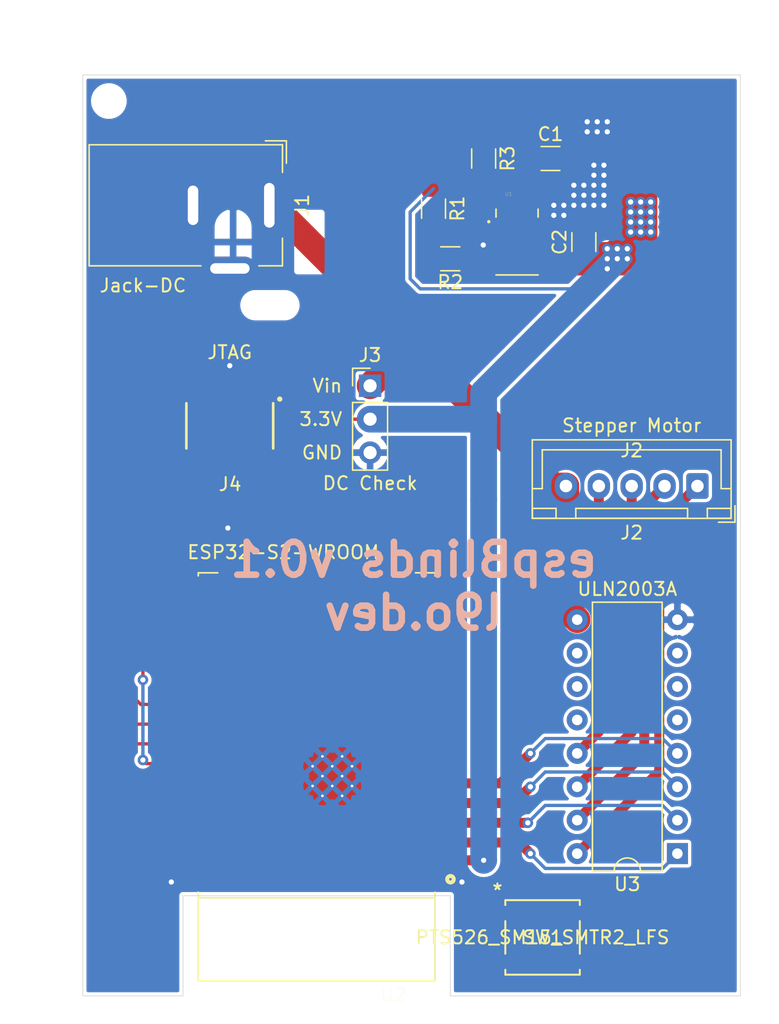
<source format=kicad_pcb>
(kicad_pcb (version 20171130) (host pcbnew "(5.1.9-0-10_14)")

  (general
    (thickness 1.6)
    (drawings 19)
    (tracks 189)
    (zones 0)
    (modules 13)
    (nets 19)
  )

  (page A4)
  (layers
    (0 F.Cu signal)
    (31 B.Cu signal)
    (32 B.Adhes user)
    (33 F.Adhes user)
    (34 B.Paste user)
    (35 F.Paste user)
    (36 B.SilkS user)
    (37 F.SilkS user)
    (38 B.Mask user)
    (39 F.Mask user)
    (40 Dwgs.User user)
    (41 Cmts.User user)
    (42 Eco1.User user)
    (43 Eco2.User user)
    (44 Edge.Cuts user)
    (45 Margin user)
    (46 B.CrtYd user)
    (47 F.CrtYd user)
    (48 B.Fab user)
    (49 F.Fab user)
  )

  (setup
    (last_trace_width 2.03)
    (user_trace_width 0.76)
    (user_trace_width 2.03)
    (trace_clearance 0.2)
    (zone_clearance 0.254)
    (zone_45_only yes)
    (trace_min 0.2)
    (via_size 0.8)
    (via_drill 0.4)
    (via_min_size 0.4)
    (via_min_drill 0.3)
    (uvia_size 0.3)
    (uvia_drill 0.1)
    (uvias_allowed no)
    (uvia_min_size 0.2)
    (uvia_min_drill 0.1)
    (edge_width 0.05)
    (segment_width 0.2)
    (pcb_text_width 0.3)
    (pcb_text_size 1.5 1.5)
    (mod_edge_width 0.12)
    (mod_text_size 1 1)
    (mod_text_width 0.15)
    (pad_size 2.2 2.2)
    (pad_drill 2.2)
    (pad_to_mask_clearance 0)
    (aux_axis_origin 0 0)
    (visible_elements FFFFFF7F)
    (pcbplotparams
      (layerselection 0x010fc_ffffffff)
      (usegerberextensions false)
      (usegerberattributes true)
      (usegerberadvancedattributes true)
      (creategerberjobfile true)
      (excludeedgelayer true)
      (linewidth 0.100000)
      (plotframeref false)
      (viasonmask false)
      (mode 1)
      (useauxorigin false)
      (hpglpennumber 1)
      (hpglpenspeed 20)
      (hpglpendiameter 15.000000)
      (psnegative false)
      (psa4output false)
      (plotreference true)
      (plotvalue true)
      (plotinvisibletext false)
      (padsonsilk false)
      (subtractmaskfromsilk false)
      (outputformat 1)
      (mirror false)
      (drillshape 1)
      (scaleselection 1)
      (outputdirectory ""))
  )

  (net 0 "")
  (net 1 +12V)
  (net 2 GND)
  (net 3 "Net-(J2-Pad4)")
  (net 4 "Net-(J2-Pad3)")
  (net 5 "Net-(J2-Pad2)")
  (net 6 "Net-(J2-Pad1)")
  (net 7 Stepper.D)
  (net 8 Stepper.C)
  (net 9 Stepper.B)
  (net 10 Stepper.A)
  (net 11 +3V3)
  (net 12 "Net-(R1-Pad2)")
  (net 13 "Net-(R3-Pad2)")
  (net 14 "Net-(U1-Pad19)")
  (net 15 JTAG.TCK)
  (net 16 JTAG.TDO)
  (net 17 JTAG.TDI)
  (net 18 JTAG.TMS)

  (net_class Default "This is the default net class."
    (clearance 0.2)
    (trace_width 0.25)
    (via_dia 0.8)
    (via_drill 0.4)
    (uvia_dia 0.3)
    (uvia_drill 0.1)
    (add_net +12V)
    (add_net +3V3)
    (add_net GND)
    (add_net JTAG.TCK)
    (add_net JTAG.TDI)
    (add_net JTAG.TDO)
    (add_net JTAG.TMS)
    (add_net JTAG.nRESET)
    (add_net "Net-(J2-Pad1)")
    (add_net "Net-(J2-Pad2)")
    (add_net "Net-(J2-Pad3)")
    (add_net "Net-(J2-Pad4)")
    (add_net "Net-(J4-Pad09)")
    (add_net "Net-(R1-Pad2)")
    (add_net "Net-(R3-Pad2)")
    (add_net "Net-(SW1-Pad1)")
    (add_net "Net-(SW1-Pad2)")
    (add_net "Net-(SW1-Pad3)")
    (add_net "Net-(SW1-Pad4)")
    (add_net "Net-(U1-Pad11)")
    (add_net "Net-(U1-Pad18)")
    (add_net "Net-(U1-Pad19)")
    (add_net "Net-(U1-Pad2)")
    (add_net "Net-(U2-Pad10)")
    (add_net "Net-(U2-Pad11)")
    (add_net "Net-(U2-Pad12)")
    (add_net "Net-(U2-Pad13)")
    (add_net "Net-(U2-Pad14)")
    (add_net "Net-(U2-Pad15)")
    (add_net "Net-(U2-Pad16)")
    (add_net "Net-(U2-Pad17)")
    (add_net "Net-(U2-Pad18)")
    (add_net "Net-(U2-Pad19)")
    (add_net "Net-(U2-Pad20)")
    (add_net "Net-(U2-Pad21)")
    (add_net "Net-(U2-Pad22)")
    (add_net "Net-(U2-Pad23)")
    (add_net "Net-(U2-Pad24)")
    (add_net "Net-(U2-Pad25)")
    (add_net "Net-(U2-Pad27)")
    (add_net "Net-(U2-Pad28)")
    (add_net "Net-(U2-Pad29)")
    (add_net "Net-(U2-Pad30)")
    (add_net "Net-(U2-Pad31)")
    (add_net "Net-(U2-Pad32)")
    (add_net "Net-(U2-Pad37)")
    (add_net "Net-(U2-Pad38)")
    (add_net "Net-(U2-Pad39)")
    (add_net "Net-(U2-Pad40)")
    (add_net "Net-(U2-Pad7)")
    (add_net "Net-(U2-Pad8)")
    (add_net "Net-(U2-Pad9)")
    (add_net "Net-(U3-Pad10)")
    (add_net "Net-(U3-Pad11)")
    (add_net "Net-(U3-Pad12)")
    (add_net "Net-(U3-Pad5)")
    (add_net "Net-(U3-Pad6)")
    (add_net "Net-(U3-Pad7)")
    (add_net Stepper.A)
    (add_net Stepper.B)
    (add_net Stepper.C)
    (add_net Stepper.D)
  )

  (module "footprints:PTS526 SM15 SMTR2 LFS" (layer F.Cu) (tedit 0) (tstamp 60467ED9)
    (at 88.3 84.6)
    (path /6060A107)
    (fp_text reference SW1 (at 0 0) (layer F.SilkS)
      (effects (font (size 1 1) (thickness 0.15)))
    )
    (fp_text value PTS526_SM15_SMTR2_LFS (at 0 0) (layer F.SilkS)
      (effects (font (size 1 1) (thickness 0.15)))
    )
    (fp_arc (start 0 -2.7051) (end 0.3048 -2.7051) (angle 180) (layer F.Fab) (width 0.1524))
    (fp_text user * (at -2.3241 -2.6289) (layer F.Fab)
      (effects (font (size 1 1) (thickness 0.15)))
    )
    (fp_text user * (at -3.434349 -3.5518) (layer F.SilkS)
      (effects (font (size 1 1) (thickness 0.15)))
    )
    (fp_text user 0.037in/0.95mm (at -3.180349 5.1181) (layer Dwgs.User)
      (effects (font (size 1 1) (thickness 0.15)))
    )
    (fp_text user 0.25in/6.361mm (at 0 -5.1181) (layer Dwgs.User)
      (effects (font (size 1 1) (thickness 0.15)))
    )
    (fp_text user 0.022in/0.559mm (at 6.228349 -1.85) (layer Dwgs.User)
      (effects (font (size 1 1) (thickness 0.15)))
    )
    (fp_text user 0.146in/3.7mm (at -6.228349 0) (layer Dwgs.User)
      (effects (font (size 1 1) (thickness 0.15)))
    )
    (fp_text user * (at -2.3241 -2.6289) (layer F.Fab)
      (effects (font (size 1 1) (thickness 0.15)))
    )
    (fp_text user * (at -3.434349 -3.5518) (layer F.SilkS)
      (effects (font (size 1 1) (thickness 0.15)))
    )
    (fp_text user "Copyright 2016 Accelerated Designs. All rights reserved." (at 0 0) (layer Cmts.User)
      (effects (font (size 0.127 0.127) (thickness 0.002)))
    )
    (fp_line (start -2.7051 -1.596) (end -2.7051 -2.104) (layer F.Fab) (width 0.1524))
    (fp_line (start -2.7051 -2.104) (end -3.3 -2.104) (layer F.Fab) (width 0.1524))
    (fp_line (start -3.3 -2.104) (end -3.3 -1.596) (layer F.Fab) (width 0.1524))
    (fp_line (start -3.3 -1.596) (end -2.7051 -1.596) (layer F.Fab) (width 0.1524))
    (fp_line (start -2.7051 2.104) (end -2.7051 1.596) (layer F.Fab) (width 0.1524))
    (fp_line (start -2.7051 1.596) (end -3.3 1.596) (layer F.Fab) (width 0.1524))
    (fp_line (start -3.3 1.596) (end -3.3 2.104) (layer F.Fab) (width 0.1524))
    (fp_line (start -3.3 2.104) (end -2.7051 2.104) (layer F.Fab) (width 0.1524))
    (fp_line (start 2.7051 1.596) (end 2.7051 2.104) (layer F.Fab) (width 0.1524))
    (fp_line (start 2.7051 2.104) (end 3.3 2.104) (layer F.Fab) (width 0.1524))
    (fp_line (start 3.3 2.104) (end 3.3 1.596) (layer F.Fab) (width 0.1524))
    (fp_line (start 3.3 1.596) (end 2.7051 1.596) (layer F.Fab) (width 0.1524))
    (fp_line (start 2.7051 -2.104) (end 2.7051 -1.596) (layer F.Fab) (width 0.1524))
    (fp_line (start 2.7051 -1.596) (end 3.3 -1.596) (layer F.Fab) (width 0.1524))
    (fp_line (start 3.3 -1.596) (end 3.3 -2.104) (layer F.Fab) (width 0.1524))
    (fp_line (start 3.3 -2.104) (end 2.7051 -2.104) (layer F.Fab) (width 0.1524))
    (fp_line (start -2.8321 2.8321) (end 2.8321 2.8321) (layer F.SilkS) (width 0.1524))
    (fp_line (start 2.8321 2.8321) (end 2.8321 2.462139) (layer F.SilkS) (width 0.1524))
    (fp_line (start 2.8321 -2.8321) (end -2.8321 -2.8321) (layer F.SilkS) (width 0.1524))
    (fp_line (start -2.8321 -2.8321) (end -2.8321 -2.462139) (layer F.SilkS) (width 0.1524))
    (fp_line (start -2.7051 2.7051) (end 2.7051 2.7051) (layer F.Fab) (width 0.1524))
    (fp_line (start 2.7051 2.7051) (end 2.7051 -2.7051) (layer F.Fab) (width 0.1524))
    (fp_line (start 2.7051 -2.7051) (end -2.7051 -2.7051) (layer F.Fab) (width 0.1524))
    (fp_line (start -2.7051 -2.7051) (end -2.7051 2.7051) (layer F.Fab) (width 0.1524))
    (fp_line (start -2.8321 -1.237859) (end -2.8321 1.237859) (layer F.SilkS) (width 0.1524))
    (fp_line (start -2.8321 2.462139) (end -2.8321 2.8321) (layer F.SilkS) (width 0.1524))
    (fp_line (start 2.8321 1.237859) (end 2.8321 -1.237859) (layer F.SilkS) (width 0.1524))
    (fp_line (start 2.8321 -2.462139) (end 2.8321 -2.8321) (layer F.SilkS) (width 0.1524))
    (fp_line (start -3.909599 2.3834) (end -3.909599 -2.3834) (layer F.CrtYd) (width 0.1524))
    (fp_line (start -3.909599 -2.3834) (end -2.9591 -2.3834) (layer F.CrtYd) (width 0.1524))
    (fp_line (start -2.9591 -2.3834) (end -2.9591 -2.9591) (layer F.CrtYd) (width 0.1524))
    (fp_line (start -2.9591 -2.9591) (end 2.9591 -2.9591) (layer F.CrtYd) (width 0.1524))
    (fp_line (start 2.9591 -2.9591) (end 2.9591 -2.3834) (layer F.CrtYd) (width 0.1524))
    (fp_line (start 2.9591 -2.3834) (end 3.909599 -2.3834) (layer F.CrtYd) (width 0.1524))
    (fp_line (start 3.909599 -2.3834) (end 3.909599 2.3834) (layer F.CrtYd) (width 0.1524))
    (fp_line (start 3.909599 2.3834) (end 2.9591 2.3834) (layer F.CrtYd) (width 0.1524))
    (fp_line (start 2.9591 2.3834) (end 2.9591 2.9591) (layer F.CrtYd) (width 0.1524))
    (fp_line (start 2.9591 2.9591) (end -2.9591 2.9591) (layer F.CrtYd) (width 0.1524))
    (fp_line (start -2.9591 2.9591) (end -2.9591 2.3834) (layer F.CrtYd) (width 0.1524))
    (fp_line (start -2.9591 2.3834) (end -3.909599 2.3834) (layer F.CrtYd) (width 0.1524))
    (pad 4 smd rect (at 3.180349 -1.849999) (size 0.9505 0.5588) (layers F.Cu F.Paste F.Mask))
    (pad 3 smd rect (at 3.180349 1.849999) (size 0.9505 0.5588) (layers F.Cu F.Paste F.Mask))
    (pad 2 smd rect (at -3.180349 1.849999) (size 0.9505 0.5588) (layers F.Cu F.Paste F.Mask))
    (pad 1 smd rect (at -3.180349 -1.849999) (size 0.9505 0.5588) (layers F.Cu F.Paste F.Mask))
  )

  (module footprints:SAMTEC_FTSH-105-01-L-DV-007-K-P-TR (layer F.Cu) (tedit 6045845A) (tstamp 60465A4C)
    (at 64.516 45.72 180)
    (path /605776F2)
    (fp_text reference J4 (at -0.025 -4.435) (layer F.SilkS)
      (effects (font (size 1 1) (thickness 0.15)))
    )
    (fp_text value JTAG (at 0 5.588) (layer F.SilkS)
      (effects (font (size 1 1) (thickness 0.15)))
    )
    (fp_line (start -3.175 -1.715) (end 3.175 -1.715) (layer F.Fab) (width 0.1))
    (fp_line (start 3.175 -1.715) (end 3.175 1.715) (layer F.Fab) (width 0.1))
    (fp_line (start 3.175 1.715) (end -3.175 1.715) (layer F.Fab) (width 0.1))
    (fp_line (start -3.175 1.715) (end -3.175 -1.715) (layer F.Fab) (width 0.1))
    (fp_line (start -2.54 -2.92) (end 2.54 -2.92) (layer F.Fab) (width 0.1))
    (fp_line (start 2.54 -2.92) (end 2.54 2.92) (layer F.Fab) (width 0.1))
    (fp_line (start 2.54 2.92) (end 0.825 2.92) (layer F.Fab) (width 0.1))
    (fp_line (start 0.825 2.92) (end -0.825 2.92) (layer F.Fab) (width 0.1))
    (fp_line (start -0.825 2.92) (end -2.54 2.92) (layer F.Fab) (width 0.1))
    (fp_line (start -2.54 2.92) (end -2.54 -2.92) (layer F.Fab) (width 0.1))
    (fp_line (start -0.825 2.92) (end -0.825 4.44) (layer F.Fab) (width 0.1))
    (fp_line (start -0.825 4.44) (end 0.825 4.44) (layer F.Fab) (width 0.1))
    (fp_line (start 0.825 4.44) (end 0.825 2.92) (layer F.Fab) (width 0.1))
    (fp_line (start -3.3 -1.715) (end -3.3 1.715) (layer F.SilkS) (width 0.2))
    (fp_line (start 3.3 -1.715) (end 3.3 1.715) (layer F.SilkS) (width 0.2))
    (fp_line (start -3.425 -3.68) (end 3.425 -3.68) (layer F.CrtYd) (width 0.05))
    (fp_line (start 3.425 -3.68) (end 3.425 4.69) (layer F.CrtYd) (width 0.05))
    (fp_line (start 3.425 4.69) (end -3.425 4.69) (layer F.CrtYd) (width 0.05))
    (fp_line (start -3.425 4.69) (end -3.425 -3.68) (layer F.CrtYd) (width 0.05))
    (fp_circle (center -3.8 2.035) (end -3.7 2.035) (layer F.SilkS) (width 0.2))
    (fp_circle (center -3.8 2.035) (end -3.7 2.035) (layer F.Fab) (width 0.2))
    (pad 10 smd rect (at 2.54 -2.035 180) (size 0.74 2.79) (layers F.Cu F.Paste F.Mask))
    (pad 09 smd rect (at 2.54 2.035 180) (size 0.74 2.79) (layers F.Cu F.Paste F.Mask))
    (pad 08 smd rect (at 1.27 -2.035 180) (size 0.74 2.79) (layers F.Cu F.Paste F.Mask)
      (net 17 JTAG.TDI))
    (pad 06 smd rect (at 0 -2.035 180) (size 0.74 2.79) (layers F.Cu F.Paste F.Mask)
      (net 16 JTAG.TDO))
    (pad 05 smd rect (at 0 2.035 180) (size 0.74 2.79) (layers F.Cu F.Paste F.Mask)
      (net 2 GND))
    (pad 04 smd rect (at -1.27 -2.035 180) (size 0.74 2.79) (layers F.Cu F.Paste F.Mask)
      (net 15 JTAG.TCK))
    (pad 03 smd rect (at -1.27 2.035 180) (size 0.74 2.79) (layers F.Cu F.Paste F.Mask)
      (net 2 GND))
    (pad 02 smd rect (at -2.54 -2.035 180) (size 0.74 2.79) (layers F.Cu F.Paste F.Mask)
      (net 18 JTAG.TMS))
    (pad 01 smd rect (at -2.54 2.035 180) (size 0.74 2.79) (layers F.Cu F.Paste F.Mask)
      (net 11 +3V3))
  )

  (module Connector_PinHeader_2.54mm:PinHeader_1x03_P2.54mm_Vertical (layer F.Cu) (tedit 59FED5CC) (tstamp 60465AA7)
    (at 75.184 42.672)
    (descr "Through hole straight pin header, 1x03, 2.54mm pitch, single row")
    (tags "Through hole pin header THT 1x03 2.54mm single row")
    (path /6051FB9B)
    (fp_text reference J3 (at 0 -2.33) (layer F.SilkS)
      (effects (font (size 1 1) (thickness 0.15)))
    )
    (fp_text value "DC Check" (at 0 7.41) (layer F.SilkS)
      (effects (font (size 1 1) (thickness 0.15)))
    )
    (fp_text user %R (at 0 2.54 90) (layer F.Fab)
      (effects (font (size 1 1) (thickness 0.15)))
    )
    (fp_line (start -0.635 -1.27) (end 1.27 -1.27) (layer F.Fab) (width 0.1))
    (fp_line (start 1.27 -1.27) (end 1.27 6.35) (layer F.Fab) (width 0.1))
    (fp_line (start 1.27 6.35) (end -1.27 6.35) (layer F.Fab) (width 0.1))
    (fp_line (start -1.27 6.35) (end -1.27 -0.635) (layer F.Fab) (width 0.1))
    (fp_line (start -1.27 -0.635) (end -0.635 -1.27) (layer F.Fab) (width 0.1))
    (fp_line (start -1.33 6.41) (end 1.33 6.41) (layer F.SilkS) (width 0.12))
    (fp_line (start -1.33 1.27) (end -1.33 6.41) (layer F.SilkS) (width 0.12))
    (fp_line (start 1.33 1.27) (end 1.33 6.41) (layer F.SilkS) (width 0.12))
    (fp_line (start -1.33 1.27) (end 1.33 1.27) (layer F.SilkS) (width 0.12))
    (fp_line (start -1.33 0) (end -1.33 -1.33) (layer F.SilkS) (width 0.12))
    (fp_line (start -1.33 -1.33) (end 0 -1.33) (layer F.SilkS) (width 0.12))
    (fp_line (start -1.8 -1.8) (end -1.8 6.85) (layer F.CrtYd) (width 0.05))
    (fp_line (start -1.8 6.85) (end 1.8 6.85) (layer F.CrtYd) (width 0.05))
    (fp_line (start 1.8 6.85) (end 1.8 -1.8) (layer F.CrtYd) (width 0.05))
    (fp_line (start 1.8 -1.8) (end -1.8 -1.8) (layer F.CrtYd) (width 0.05))
    (pad 3 thru_hole oval (at 0 5.08) (size 1.7 1.7) (drill 1) (layers *.Cu *.Mask)
      (net 2 GND))
    (pad 2 thru_hole oval (at 0 2.54) (size 1.7 1.7) (drill 1) (layers *.Cu *.Mask)
      (net 11 +3V3))
    (pad 1 thru_hole rect (at 0 0) (size 1.7 1.7) (drill 1) (layers *.Cu *.Mask)
      (net 1 +12V))
    (model ${KISYS3DMOD}/Connector_PinHeader_2.54mm.3dshapes/PinHeader_1x03_P2.54mm_Vertical.wrl
      (at (xyz 0 0 0))
      (scale (xyz 1 1 1))
      (rotate (xyz 0 0 0))
    )
  )

  (module Resistor_SMD:R_1206_3216Metric (layer F.Cu) (tedit 5F68FEEE) (tstamp 6046598A)
    (at 83.82 25.4 270)
    (descr "Resistor SMD 1206 (3216 Metric), square (rectangular) end terminal, IPC_7351 nominal, (Body size source: IPC-SM-782 page 72, https://www.pcb-3d.com/wordpress/wp-content/uploads/ipc-sm-782a_amendment_1_and_2.pdf), generated with kicad-footprint-generator")
    (tags resistor)
    (path /6047BD55)
    (attr smd)
    (fp_text reference R3 (at 0 -1.82 90) (layer F.SilkS)
      (effects (font (size 1 1) (thickness 0.15)))
    )
    (fp_text value 100k (at 0 1.82 90) (layer F.Fab)
      (effects (font (size 1 1) (thickness 0.15)))
    )
    (fp_text user %R (at 0 0 90) (layer F.Fab)
      (effects (font (size 0.8 0.8) (thickness 0.12)))
    )
    (fp_line (start -1.6 0.8) (end -1.6 -0.8) (layer F.Fab) (width 0.1))
    (fp_line (start -1.6 -0.8) (end 1.6 -0.8) (layer F.Fab) (width 0.1))
    (fp_line (start 1.6 -0.8) (end 1.6 0.8) (layer F.Fab) (width 0.1))
    (fp_line (start 1.6 0.8) (end -1.6 0.8) (layer F.Fab) (width 0.1))
    (fp_line (start -0.727064 -0.91) (end 0.727064 -0.91) (layer F.SilkS) (width 0.12))
    (fp_line (start -0.727064 0.91) (end 0.727064 0.91) (layer F.SilkS) (width 0.12))
    (fp_line (start -2.28 1.12) (end -2.28 -1.12) (layer F.CrtYd) (width 0.05))
    (fp_line (start -2.28 -1.12) (end 2.28 -1.12) (layer F.CrtYd) (width 0.05))
    (fp_line (start 2.28 -1.12) (end 2.28 1.12) (layer F.CrtYd) (width 0.05))
    (fp_line (start 2.28 1.12) (end -2.28 1.12) (layer F.CrtYd) (width 0.05))
    (pad 2 smd roundrect (at 1.4625 0 270) (size 1.125 1.75) (layers F.Cu F.Paste F.Mask) (roundrect_rratio 0.222222)
      (net 13 "Net-(R3-Pad2)"))
    (pad 1 smd roundrect (at -1.4625 0 270) (size 1.125 1.75) (layers F.Cu F.Paste F.Mask) (roundrect_rratio 0.222222)
      (net 1 +12V))
    (model ${KISYS3DMOD}/Resistor_SMD.3dshapes/R_1206_3216Metric.wrl
      (at (xyz 0 0 0))
      (scale (xyz 1 1 1))
      (rotate (xyz 0 0 0))
    )
  )

  (module Resistor_SMD:R_1206_3216Metric (layer F.Cu) (tedit 5F68FEEE) (tstamp 6046580A)
    (at 81.28 33.02)
    (descr "Resistor SMD 1206 (3216 Metric), square (rectangular) end terminal, IPC_7351 nominal, (Body size source: IPC-SM-782 page 72, https://www.pcb-3d.com/wordpress/wp-content/uploads/ipc-sm-782a_amendment_1_and_2.pdf), generated with kicad-footprint-generator")
    (tags resistor)
    (path /6048C558)
    (attr smd)
    (fp_text reference R2 (at 0 1.778) (layer F.SilkS)
      (effects (font (size 1 1) (thickness 0.15)))
    )
    (fp_text value 24k (at 0 -1.524) (layer F.Fab)
      (effects (font (size 1 1) (thickness 0.15)))
    )
    (fp_text user %R (at 0 0) (layer F.Fab)
      (effects (font (size 0.8 0.8) (thickness 0.12)))
    )
    (fp_line (start -1.6 0.8) (end -1.6 -0.8) (layer F.Fab) (width 0.1))
    (fp_line (start -1.6 -0.8) (end 1.6 -0.8) (layer F.Fab) (width 0.1))
    (fp_line (start 1.6 -0.8) (end 1.6 0.8) (layer F.Fab) (width 0.1))
    (fp_line (start 1.6 0.8) (end -1.6 0.8) (layer F.Fab) (width 0.1))
    (fp_line (start -0.727064 -0.91) (end 0.727064 -0.91) (layer F.SilkS) (width 0.12))
    (fp_line (start -0.727064 0.91) (end 0.727064 0.91) (layer F.SilkS) (width 0.12))
    (fp_line (start -2.28 1.12) (end -2.28 -1.12) (layer F.CrtYd) (width 0.05))
    (fp_line (start -2.28 -1.12) (end 2.28 -1.12) (layer F.CrtYd) (width 0.05))
    (fp_line (start 2.28 -1.12) (end 2.28 1.12) (layer F.CrtYd) (width 0.05))
    (fp_line (start 2.28 1.12) (end -2.28 1.12) (layer F.CrtYd) (width 0.05))
    (pad 2 smd roundrect (at 1.4625 0) (size 1.125 1.75) (layers F.Cu F.Paste F.Mask) (roundrect_rratio 0.222222)
      (net 2 GND))
    (pad 1 smd roundrect (at -1.4625 0) (size 1.125 1.75) (layers F.Cu F.Paste F.Mask) (roundrect_rratio 0.222222)
      (net 12 "Net-(R1-Pad2)"))
    (model ${KISYS3DMOD}/Resistor_SMD.3dshapes/R_1206_3216Metric.wrl
      (at (xyz 0 0 0))
      (scale (xyz 1 1 1))
      (rotate (xyz 0 0 0))
    )
  )

  (module Resistor_SMD:R_1206_3216Metric (layer F.Cu) (tedit 5F68FEEE) (tstamp 6046583A)
    (at 80.01 29.21 270)
    (descr "Resistor SMD 1206 (3216 Metric), square (rectangular) end terminal, IPC_7351 nominal, (Body size source: IPC-SM-782 page 72, https://www.pcb-3d.com/wordpress/wp-content/uploads/ipc-sm-782a_amendment_1_and_2.pdf), generated with kicad-footprint-generator")
    (tags resistor)
    (path /6048AD2F)
    (attr smd)
    (fp_text reference R1 (at 0 -1.82 90) (layer F.SilkS)
      (effects (font (size 1 1) (thickness 0.15)))
    )
    (fp_text value 75k (at 0 1.82 90) (layer F.Fab)
      (effects (font (size 1 1) (thickness 0.15)))
    )
    (fp_text user %R (at 0 0 90) (layer F.Fab)
      (effects (font (size 0.8 0.8) (thickness 0.12)))
    )
    (fp_line (start -1.6 0.8) (end -1.6 -0.8) (layer F.Fab) (width 0.1))
    (fp_line (start -1.6 -0.8) (end 1.6 -0.8) (layer F.Fab) (width 0.1))
    (fp_line (start 1.6 -0.8) (end 1.6 0.8) (layer F.Fab) (width 0.1))
    (fp_line (start 1.6 0.8) (end -1.6 0.8) (layer F.Fab) (width 0.1))
    (fp_line (start -0.727064 -0.91) (end 0.727064 -0.91) (layer F.SilkS) (width 0.12))
    (fp_line (start -0.727064 0.91) (end 0.727064 0.91) (layer F.SilkS) (width 0.12))
    (fp_line (start -2.28 1.12) (end -2.28 -1.12) (layer F.CrtYd) (width 0.05))
    (fp_line (start -2.28 -1.12) (end 2.28 -1.12) (layer F.CrtYd) (width 0.05))
    (fp_line (start 2.28 -1.12) (end 2.28 1.12) (layer F.CrtYd) (width 0.05))
    (fp_line (start 2.28 1.12) (end -2.28 1.12) (layer F.CrtYd) (width 0.05))
    (pad 2 smd roundrect (at 1.4625 0 270) (size 1.125 1.75) (layers F.Cu F.Paste F.Mask) (roundrect_rratio 0.222222)
      (net 12 "Net-(R1-Pad2)"))
    (pad 1 smd roundrect (at -1.4625 0 270) (size 1.125 1.75) (layers F.Cu F.Paste F.Mask) (roundrect_rratio 0.222222)
      (net 11 +3V3))
    (model ${KISYS3DMOD}/Resistor_SMD.3dshapes/R_1206_3216Metric.wrl
      (at (xyz 0 0 0))
      (scale (xyz 1 1 1))
      (rotate (xyz 0 0 0))
    )
  )

  (module Capacitor_SMD:C_1206_3216Metric (layer F.Cu) (tedit 5F68FEEE) (tstamp 6046589A)
    (at 91.44 31.75 90)
    (descr "Capacitor SMD 1206 (3216 Metric), square (rectangular) end terminal, IPC_7351 nominal, (Body size source: IPC-SM-782 page 76, https://www.pcb-3d.com/wordpress/wp-content/uploads/ipc-sm-782a_amendment_1_and_2.pdf), generated with kicad-footprint-generator")
    (tags capacitor)
    (path /604A0224)
    (attr smd)
    (fp_text reference C2 (at 0 -1.85 90) (layer F.SilkS)
      (effects (font (size 1 1) (thickness 0.15)))
    )
    (fp_text value 22uF (at 0 1.85 90) (layer F.Fab)
      (effects (font (size 1 1) (thickness 0.15)))
    )
    (fp_text user %R (at 0 0 90) (layer F.Fab)
      (effects (font (size 0.8 0.8) (thickness 0.12)))
    )
    (fp_line (start -1.6 0.8) (end -1.6 -0.8) (layer F.Fab) (width 0.1))
    (fp_line (start -1.6 -0.8) (end 1.6 -0.8) (layer F.Fab) (width 0.1))
    (fp_line (start 1.6 -0.8) (end 1.6 0.8) (layer F.Fab) (width 0.1))
    (fp_line (start 1.6 0.8) (end -1.6 0.8) (layer F.Fab) (width 0.1))
    (fp_line (start -0.711252 -0.91) (end 0.711252 -0.91) (layer F.SilkS) (width 0.12))
    (fp_line (start -0.711252 0.91) (end 0.711252 0.91) (layer F.SilkS) (width 0.12))
    (fp_line (start -2.3 1.15) (end -2.3 -1.15) (layer F.CrtYd) (width 0.05))
    (fp_line (start -2.3 -1.15) (end 2.3 -1.15) (layer F.CrtYd) (width 0.05))
    (fp_line (start 2.3 -1.15) (end 2.3 1.15) (layer F.CrtYd) (width 0.05))
    (fp_line (start 2.3 1.15) (end -2.3 1.15) (layer F.CrtYd) (width 0.05))
    (pad 2 smd roundrect (at 1.475 0 90) (size 1.15 1.8) (layers F.Cu F.Paste F.Mask) (roundrect_rratio 0.217391)
      (net 2 GND))
    (pad 1 smd roundrect (at -1.475 0 90) (size 1.15 1.8) (layers F.Cu F.Paste F.Mask) (roundrect_rratio 0.217391)
      (net 11 +3V3))
    (model ${KISYS3DMOD}/Capacitor_SMD.3dshapes/C_1206_3216Metric.wrl
      (at (xyz 0 0 0))
      (scale (xyz 1 1 1))
      (rotate (xyz 0 0 0))
    )
  )

  (module Capacitor_SMD:C_1206_3216Metric (layer F.Cu) (tedit 5F68FEEE) (tstamp 6046586A)
    (at 88.9 25.4)
    (descr "Capacitor SMD 1206 (3216 Metric), square (rectangular) end terminal, IPC_7351 nominal, (Body size source: IPC-SM-782 page 76, https://www.pcb-3d.com/wordpress/wp-content/uploads/ipc-sm-782a_amendment_1_and_2.pdf), generated with kicad-footprint-generator")
    (tags capacitor)
    (path /60497C91)
    (attr smd)
    (fp_text reference C1 (at 0 -1.85) (layer F.SilkS)
      (effects (font (size 1 1) (thickness 0.15)))
    )
    (fp_text value 10uf (at 0 1.85) (layer F.Fab)
      (effects (font (size 1 1) (thickness 0.15)))
    )
    (fp_text user %R (at 0 0) (layer F.Fab)
      (effects (font (size 0.8 0.8) (thickness 0.12)))
    )
    (fp_line (start -1.6 0.8) (end -1.6 -0.8) (layer F.Fab) (width 0.1))
    (fp_line (start -1.6 -0.8) (end 1.6 -0.8) (layer F.Fab) (width 0.1))
    (fp_line (start 1.6 -0.8) (end 1.6 0.8) (layer F.Fab) (width 0.1))
    (fp_line (start 1.6 0.8) (end -1.6 0.8) (layer F.Fab) (width 0.1))
    (fp_line (start -0.711252 -0.91) (end 0.711252 -0.91) (layer F.SilkS) (width 0.12))
    (fp_line (start -0.711252 0.91) (end 0.711252 0.91) (layer F.SilkS) (width 0.12))
    (fp_line (start -2.3 1.15) (end -2.3 -1.15) (layer F.CrtYd) (width 0.05))
    (fp_line (start -2.3 -1.15) (end 2.3 -1.15) (layer F.CrtYd) (width 0.05))
    (fp_line (start 2.3 -1.15) (end 2.3 1.15) (layer F.CrtYd) (width 0.05))
    (fp_line (start 2.3 1.15) (end -2.3 1.15) (layer F.CrtYd) (width 0.05))
    (pad 2 smd roundrect (at 1.475 0) (size 1.15 1.8) (layers F.Cu F.Paste F.Mask) (roundrect_rratio 0.217391)
      (net 2 GND))
    (pad 1 smd roundrect (at -1.475 0) (size 1.15 1.8) (layers F.Cu F.Paste F.Mask) (roundrect_rratio 0.217391)
      (net 1 +12V))
    (model ${KISYS3DMOD}/Capacitor_SMD.3dshapes/C_1206_3216Metric.wrl
      (at (xyz 0 0 0))
      (scale (xyz 1 1 1))
      (rotate (xyz 0 0 0))
    )
  )

  (module footprints:CONV_MPM3620AGQV-P (layer F.Cu) (tedit 6045036F) (tstamp 60465AF8)
    (at 86.36 31.75)
    (path /60450CEB)
    (fp_text reference U1 (at -0.643 -3.64522) (layer F.SilkS)
      (effects (font (size 0.277669 0.277669) (thickness 0.015)))
    )
    (fp_text value MPM3610AGQV-P (at 1.627853 3.112617) (layer F.Fab)
      (effects (font (size 0.275911 0.275911) (thickness 0.015)))
    )
    (fp_circle (center -2.15 -1.55) (end -2.085 -1.55) (layer F.SilkS) (width 0.127))
    (fp_line (start -1.5 -2.5) (end -1.5 2.5) (layer F.Fab) (width 0.127))
    (fp_line (start -1.6 2.5) (end 1.6 2.5) (layer F.SilkS) (width 0.127))
    (fp_line (start 1.5 2.5) (end 1.5 -2.5) (layer F.Fab) (width 0.127))
    (fp_line (start 1.5 -2.5) (end -1.5 -2.5) (layer F.Fab) (width 0.127))
    (fp_poly (pts (xy -0.575678 -0.97) (xy 0.575 -0.97) (xy 0.575 -0.180212) (xy -0.575678 -0.180212)) (layer Dwgs.User) (width 0.01))
    (fp_poly (pts (xy -0.575076 -0.97) (xy 0.575 -0.97) (xy 0.575 -0.180024) (xy -0.575076 -0.180024)) (layer Dwgs.User) (width 0.01))
    (fp_line (start -2.05 -3.05) (end 2.05 -3.05) (layer F.CrtYd) (width 0.05))
    (fp_line (start 2.05 -3.05) (end 2.05 2.75) (layer F.CrtYd) (width 0.05))
    (fp_line (start 2.05 2.75) (end -2.05 2.75) (layer F.CrtYd) (width 0.05))
    (fp_line (start -2.05 2.75) (end -2.05 -3.05) (layer F.CrtYd) (width 0.05))
    (fp_line (start -1.6 -1.9) (end -1.6 -2.5) (layer F.SilkS) (width 0.127))
    (fp_line (start 1.6 -1.9) (end 1.6 -2.5) (layer F.SilkS) (width 0.127))
    (fp_line (start -1.5 2.5) (end 1.5 2.5) (layer F.Fab) (width 0.127))
    (pad 20 smd rect (at 1 1.25) (size 0.6 1.95) (layers F.Cu F.Paste F.Mask)
      (net 11 +3V3))
    (pad 19 smd rect (at -1 1.25) (size 0.6 1.95) (layers F.Cu F.Paste F.Mask)
      (net 14 "Net-(U1-Pad19)"))
    (pad 18 smd rect (at -1.25 -2.45) (size 0.25 0.7) (layers F.Cu F.Paste F.Mask))
    (pad 17 smd rect (at -0.75 -2.45) (size 0.25 0.7) (layers F.Cu F.Paste F.Mask)
      (net 13 "Net-(R3-Pad2)"))
    (pad 16 smd rect (at -0.25 -2.25) (size 0.25 1.1) (layers F.Cu F.Paste F.Mask)
      (net 1 +12V))
    (pad 15 smd rect (at 0.25 -2.25) (size 0.25 1.1) (layers F.Cu F.Paste F.Mask))
    (pad 14 smd rect (at 0.75 -2.45) (size 0.25 0.7) (layers F.Cu F.Paste F.Mask)
      (net 2 GND))
    (pad 13 smd rect (at 1.25 -2.45) (size 0.25 0.7) (layers F.Cu F.Paste F.Mask)
      (net 2 GND))
    (pad 12 smd rect (at 1.45 -1.55) (size 0.7 0.25) (layers F.Cu F.Paste F.Mask)
      (net 2 GND))
    (pad 11 smd rect (at 1.25 -0.9) (size 1.1 0.25) (layers F.Cu F.Paste F.Mask))
    (pad 10 smd rect (at 1.25 -0.25) (size 1.1 0.25) (layers F.Cu F.Paste F.Mask))
    (pad 9 smd rect (at 1.45 0.4) (size 0.7 0.25) (layers F.Cu F.Paste F.Mask)
      (net 11 +3V3))
    (pad 8 smd rect (at 1.45 1.25) (size 0.7 0.25) (layers F.Cu F.Paste F.Mask)
      (net 11 +3V3))
    (pad 7 smd rect (at 1.45 2.1) (size 0.7 0.25) (layers F.Cu F.Paste F.Mask)
      (net 11 +3V3))
    (pad 6 smd rect (at -1.45 2.1) (size 0.7 0.25) (layers F.Cu F.Paste F.Mask)
      (net 14 "Net-(U1-Pad19)"))
    (pad 5 smd rect (at -1.45 1.25) (size 0.7 0.25) (layers F.Cu F.Paste F.Mask)
      (net 14 "Net-(U1-Pad19)"))
    (pad 4 smd rect (at -1.45 0.4) (size 0.7 0.25) (layers F.Cu F.Paste F.Mask)
      (net 14 "Net-(U1-Pad19)"))
    (pad 3 smd rect (at -1.25 -0.25) (size 1.1 0.25) (layers F.Cu F.Paste F.Mask)
      (net 2 GND))
    (pad 2 smd rect (at -1.25 -0.9) (size 1.1 0.25) (layers F.Cu F.Paste F.Mask))
    (pad 1 smd rect (at -1.4 -1.55) (size 0.8 0.25) (layers F.Cu F.Paste F.Mask)
      (net 12 "Net-(R1-Pad2)"))
  )

  (module Package_DIP:DIP-16_W7.62mm (layer F.Cu) (tedit 5A02E8C5) (tstamp 60465931)
    (at 98.552 78.232 180)
    (descr "16-lead though-hole mounted DIP package, row spacing 7.62 mm (300 mils)")
    (tags "THT DIP DIL PDIP 2.54mm 7.62mm 300mil")
    (path /60327A3B)
    (fp_text reference U3 (at 3.81 -2.33) (layer F.SilkS)
      (effects (font (size 1 1) (thickness 0.15)))
    )
    (fp_text value ULN2003A (at 3.81 20.11) (layer F.SilkS)
      (effects (font (size 1 1) (thickness 0.15)))
    )
    (fp_text user %R (at 3.81 8.89) (layer F.Fab)
      (effects (font (size 1 1) (thickness 0.15)))
    )
    (fp_arc (start 3.81 -1.33) (end 2.81 -1.33) (angle -180) (layer F.SilkS) (width 0.12))
    (fp_line (start 1.635 -1.27) (end 6.985 -1.27) (layer F.Fab) (width 0.1))
    (fp_line (start 6.985 -1.27) (end 6.985 19.05) (layer F.Fab) (width 0.1))
    (fp_line (start 6.985 19.05) (end 0.635 19.05) (layer F.Fab) (width 0.1))
    (fp_line (start 0.635 19.05) (end 0.635 -0.27) (layer F.Fab) (width 0.1))
    (fp_line (start 0.635 -0.27) (end 1.635 -1.27) (layer F.Fab) (width 0.1))
    (fp_line (start 2.81 -1.33) (end 1.16 -1.33) (layer F.SilkS) (width 0.12))
    (fp_line (start 1.16 -1.33) (end 1.16 19.11) (layer F.SilkS) (width 0.12))
    (fp_line (start 1.16 19.11) (end 6.46 19.11) (layer F.SilkS) (width 0.12))
    (fp_line (start 6.46 19.11) (end 6.46 -1.33) (layer F.SilkS) (width 0.12))
    (fp_line (start 6.46 -1.33) (end 4.81 -1.33) (layer F.SilkS) (width 0.12))
    (fp_line (start -1.1 -1.55) (end -1.1 19.3) (layer F.CrtYd) (width 0.05))
    (fp_line (start -1.1 19.3) (end 8.7 19.3) (layer F.CrtYd) (width 0.05))
    (fp_line (start 8.7 19.3) (end 8.7 -1.55) (layer F.CrtYd) (width 0.05))
    (fp_line (start 8.7 -1.55) (end -1.1 -1.55) (layer F.CrtYd) (width 0.05))
    (pad 16 thru_hole oval (at 7.62 0 180) (size 1.6 1.6) (drill 0.8) (layers *.Cu *.Mask)
      (net 6 "Net-(J2-Pad1)"))
    (pad 8 thru_hole oval (at 0 17.78 180) (size 1.6 1.6) (drill 0.8) (layers *.Cu *.Mask)
      (net 2 GND))
    (pad 15 thru_hole oval (at 7.62 2.54 180) (size 1.6 1.6) (drill 0.8) (layers *.Cu *.Mask)
      (net 5 "Net-(J2-Pad2)"))
    (pad 7 thru_hole oval (at 0 15.24 180) (size 1.6 1.6) (drill 0.8) (layers *.Cu *.Mask))
    (pad 14 thru_hole oval (at 7.62 5.08 180) (size 1.6 1.6) (drill 0.8) (layers *.Cu *.Mask)
      (net 4 "Net-(J2-Pad3)"))
    (pad 6 thru_hole oval (at 0 12.7 180) (size 1.6 1.6) (drill 0.8) (layers *.Cu *.Mask))
    (pad 13 thru_hole oval (at 7.62 7.62 180) (size 1.6 1.6) (drill 0.8) (layers *.Cu *.Mask)
      (net 3 "Net-(J2-Pad4)"))
    (pad 5 thru_hole oval (at 0 10.16 180) (size 1.6 1.6) (drill 0.8) (layers *.Cu *.Mask))
    (pad 12 thru_hole oval (at 7.62 10.16 180) (size 1.6 1.6) (drill 0.8) (layers *.Cu *.Mask))
    (pad 4 thru_hole oval (at 0 7.62 180) (size 1.6 1.6) (drill 0.8) (layers *.Cu *.Mask)
      (net 7 Stepper.D))
    (pad 11 thru_hole oval (at 7.62 12.7 180) (size 1.6 1.6) (drill 0.8) (layers *.Cu *.Mask))
    (pad 3 thru_hole oval (at 0 5.08 180) (size 1.6 1.6) (drill 0.8) (layers *.Cu *.Mask)
      (net 8 Stepper.C))
    (pad 10 thru_hole oval (at 7.62 15.24 180) (size 1.6 1.6) (drill 0.8) (layers *.Cu *.Mask))
    (pad 2 thru_hole oval (at 0 2.54 180) (size 1.6 1.6) (drill 0.8) (layers *.Cu *.Mask)
      (net 9 Stepper.B))
    (pad 9 thru_hole oval (at 7.62 17.78 180) (size 1.6 1.6) (drill 0.8) (layers *.Cu *.Mask)
      (net 1 +12V))
    (pad 1 thru_hole rect (at 0 0 180) (size 1.6 1.6) (drill 0.8) (layers *.Cu *.Mask)
      (net 10 Stepper.A))
    (model ${KISYS3DMOD}/Package_DIP.3dshapes/DIP-16_W7.62mm.wrl
      (at (xyz 0 0 0))
      (scale (xyz 1 1 1))
      (rotate (xyz 0 0 0))
    )
  )

  (module Connector_JST:JST_XH_B5B-XH-A_1x05_P2.50mm_Vertical (layer F.Cu) (tedit 5C28146C) (tstamp 604659D5)
    (at 100.076 50.292 180)
    (descr "JST XH series connector, B5B-XH-A (http://www.jst-mfg.com/product/pdf/eng/eXH.pdf), generated with kicad-footprint-generator")
    (tags "connector JST XH vertical")
    (path /60321696)
    (fp_text reference J2 (at 5 -3.55) (layer F.SilkS)
      (effects (font (size 1 1) (thickness 0.15)))
    )
    (fp_text value "Stepper Motor" (at 5 4.6) (layer F.SilkS)
      (effects (font (size 1 1) (thickness 0.15)))
    )
    (fp_text user %R (at 5 2.7) (layer F.SilkS)
      (effects (font (size 1 1) (thickness 0.15)))
    )
    (fp_line (start -2.45 -2.35) (end -2.45 3.4) (layer F.Fab) (width 0.1))
    (fp_line (start -2.45 3.4) (end 12.45 3.4) (layer F.Fab) (width 0.1))
    (fp_line (start 12.45 3.4) (end 12.45 -2.35) (layer F.Fab) (width 0.1))
    (fp_line (start 12.45 -2.35) (end -2.45 -2.35) (layer F.Fab) (width 0.1))
    (fp_line (start -2.56 -2.46) (end -2.56 3.51) (layer F.SilkS) (width 0.12))
    (fp_line (start -2.56 3.51) (end 12.56 3.51) (layer F.SilkS) (width 0.12))
    (fp_line (start 12.56 3.51) (end 12.56 -2.46) (layer F.SilkS) (width 0.12))
    (fp_line (start 12.56 -2.46) (end -2.56 -2.46) (layer F.SilkS) (width 0.12))
    (fp_line (start -2.95 -2.85) (end -2.95 3.9) (layer F.CrtYd) (width 0.05))
    (fp_line (start -2.95 3.9) (end 12.95 3.9) (layer F.CrtYd) (width 0.05))
    (fp_line (start 12.95 3.9) (end 12.95 -2.85) (layer F.CrtYd) (width 0.05))
    (fp_line (start 12.95 -2.85) (end -2.95 -2.85) (layer F.CrtYd) (width 0.05))
    (fp_line (start -0.625 -2.35) (end 0 -1.35) (layer F.Fab) (width 0.1))
    (fp_line (start 0 -1.35) (end 0.625 -2.35) (layer F.Fab) (width 0.1))
    (fp_line (start 0.75 -2.45) (end 0.75 -1.7) (layer F.SilkS) (width 0.12))
    (fp_line (start 0.75 -1.7) (end 9.25 -1.7) (layer F.SilkS) (width 0.12))
    (fp_line (start 9.25 -1.7) (end 9.25 -2.45) (layer F.SilkS) (width 0.12))
    (fp_line (start 9.25 -2.45) (end 0.75 -2.45) (layer F.SilkS) (width 0.12))
    (fp_line (start -2.55 -2.45) (end -2.55 -1.7) (layer F.SilkS) (width 0.12))
    (fp_line (start -2.55 -1.7) (end -0.75 -1.7) (layer F.SilkS) (width 0.12))
    (fp_line (start -0.75 -1.7) (end -0.75 -2.45) (layer F.SilkS) (width 0.12))
    (fp_line (start -0.75 -2.45) (end -2.55 -2.45) (layer F.SilkS) (width 0.12))
    (fp_line (start 10.75 -2.45) (end 10.75 -1.7) (layer F.SilkS) (width 0.12))
    (fp_line (start 10.75 -1.7) (end 12.55 -1.7) (layer F.SilkS) (width 0.12))
    (fp_line (start 12.55 -1.7) (end 12.55 -2.45) (layer F.SilkS) (width 0.12))
    (fp_line (start 12.55 -2.45) (end 10.75 -2.45) (layer F.SilkS) (width 0.12))
    (fp_line (start -2.55 -0.2) (end -1.8 -0.2) (layer F.SilkS) (width 0.12))
    (fp_line (start -1.8 -0.2) (end -1.8 2.75) (layer F.SilkS) (width 0.12))
    (fp_line (start -1.8 2.75) (end 5 2.75) (layer F.SilkS) (width 0.12))
    (fp_line (start 12.55 -0.2) (end 11.8 -0.2) (layer F.SilkS) (width 0.12))
    (fp_line (start 11.8 -0.2) (end 11.8 2.75) (layer F.SilkS) (width 0.12))
    (fp_line (start 11.8 2.75) (end 5 2.75) (layer F.SilkS) (width 0.12))
    (fp_line (start -1.6 -2.75) (end -2.85 -2.75) (layer F.SilkS) (width 0.12))
    (fp_line (start -2.85 -2.75) (end -2.85 -1.5) (layer F.SilkS) (width 0.12))
    (pad 5 thru_hole oval (at 10 0 180) (size 1.7 1.95) (drill 0.95) (layers *.Cu *.Mask)
      (net 1 +12V))
    (pad 4 thru_hole oval (at 7.5 0 180) (size 1.7 1.95) (drill 0.95) (layers *.Cu *.Mask)
      (net 3 "Net-(J2-Pad4)"))
    (pad 3 thru_hole oval (at 5 0 180) (size 1.7 1.95) (drill 0.95) (layers *.Cu *.Mask)
      (net 4 "Net-(J2-Pad3)"))
    (pad 2 thru_hole oval (at 2.5 0 180) (size 1.7 1.95) (drill 0.95) (layers *.Cu *.Mask)
      (net 5 "Net-(J2-Pad2)"))
    (pad 1 thru_hole roundrect (at 0 0 180) (size 1.7 1.95) (drill 0.95) (layers *.Cu *.Mask) (roundrect_rratio 0.147059)
      (net 6 "Net-(J2-Pad1)"))
    (model ${KISYS3DMOD}/Connector_JST.3dshapes/JST_XH_B5B-XH-A_1x05_P2.50mm_Vertical.wrl
      (at (xyz 0 0 0))
      (scale (xyz 1 1 1))
      (rotate (xyz 0 0 0))
    )
  )

  (module Connector_BarrelJack:BarrelJack_Wuerth_6941xx301002 (layer F.Cu) (tedit 5B191DE1) (tstamp 604658D6)
    (at 67.522 28.956 270)
    (descr "Wuerth electronics barrel jack connector (5.5mm outher diameter, inner diameter 2.05mm or 2.55mm depending on exact order number), See: http://katalog.we-online.de/em/datasheet/6941xx301002.pdf")
    (tags "connector barrel jack")
    (path /6031ADD0)
    (fp_text reference J1 (at 0 -2.5 90) (layer F.SilkS)
      (effects (font (size 1 1) (thickness 0.15)))
    )
    (fp_text value Jack-DC (at 6.096 9.61 180) (layer F.SilkS)
      (effects (font (size 1 1) (thickness 0.15)))
    )
    (fp_text user %R (at 0 7.5 90) (layer F.Fab)
      (effects (font (size 1 1) (thickness 0.15)))
    )
    (fp_line (start 5 14.1) (end 5 5.5) (layer F.CrtYd) (width 0.05))
    (fp_line (start 4.6 5.2) (end 4.6 13.7) (layer F.SilkS) (width 0.12))
    (fp_line (start -4.5 0.1) (end -3.5 -0.9) (layer F.Fab) (width 0.1))
    (fp_line (start 4.5 -0.9) (end -3.5 -0.9) (layer F.Fab) (width 0.1))
    (fp_line (start 4.5 -0.9) (end 4.5 13.6) (layer F.Fab) (width 0.1))
    (fp_line (start 4.5 13.6) (end -4.5 13.6) (layer F.Fab) (width 0.1))
    (fp_line (start -4.5 13.6) (end -4.5 0.1) (layer F.Fab) (width 0.1))
    (fp_line (start 4.6 13.7) (end -4.6 13.7) (layer F.SilkS) (width 0.12))
    (fp_line (start -4.6 13.7) (end -4.6 -1) (layer F.SilkS) (width 0.12))
    (fp_line (start 2.5 -1) (end 4.6 -1) (layer F.SilkS) (width 0.12))
    (fp_line (start 4.6 -1) (end 4.6 0.8) (layer F.SilkS) (width 0.12))
    (fp_line (start -3.2 -1.3) (end -4.9 -1.3) (layer F.SilkS) (width 0.12))
    (fp_line (start -4.9 -1.3) (end -4.9 0.3) (layer F.SilkS) (width 0.12))
    (fp_line (start 5 -1.4) (end -5 -1.4) (layer F.CrtYd) (width 0.05))
    (fp_line (start -5 -1.4) (end -5 14.1) (layer F.CrtYd) (width 0.05))
    (fp_line (start -5 14.1) (end 5 14.1) (layer F.CrtYd) (width 0.05))
    (fp_line (start 5 0.5) (end 5 -1.4) (layer F.CrtYd) (width 0.05))
    (fp_line (start 6.2 0.5) (end 6.2 5.5) (layer F.CrtYd) (width 0.05))
    (fp_line (start 6.2 5.5) (end 5 5.5) (layer F.CrtYd) (width 0.05))
    (fp_line (start 6.2 0.5) (end 5 0.5) (layer F.CrtYd) (width 0.05))
    (fp_line (start -4.6 -1) (end -2.5 -1) (layer F.SilkS) (width 0.12))
    (pad 1 thru_hole rect (at 0 0 270) (size 4.4 1.8) (drill oval 3.4 0.8) (layers *.Cu *.Mask)
      (net 1 +12V))
    (pad 2 thru_hole oval (at 0 5.8 270) (size 4 1.8) (drill oval 3 0.8) (layers *.Cu *.Mask)
      (net 2 GND))
    (pad 3 thru_hole oval (at 4.8 3) (size 4 1.8) (drill oval 3 0.8) (layers *.Cu *.Mask))
    (model ${KISYS3DMOD}/Connector_BarrelJack.3dshapes/BarrelJack_Wuerth_6941xx301002.wrl
      (at (xyz 0 0 0))
      (scale (xyz 1 1 1))
      (rotate (xyz 0 0 0))
    )
  )

  (module ESP32-S2-WROOM:XCVR_ESP32-S2-WROOM (layer F.Cu) (tedit 6031D33E) (tstamp 60465720)
    (at 71.12 72.39 180)
    (descr "ESP32-S2-WROOM and ESP32-S2-WROOM-I(Drawn by Dave Williams | G8PUO | DitroniX)")
    (path /6033DF6F)
    (fp_text reference U2 (at -5.825 -16.535) (layer F.SilkS)
      (effects (font (size 1 1) (thickness 0.015)))
    )
    (fp_text value ESP32-S2-WROOM (at 2.54 17.0631) (layer F.SilkS)
      (effects (font (size 1.002992 1.002992) (thickness 0.15)))
    )
    (fp_poly (pts (xy -9 -15.5) (xy 9 -15.5) (xy 9 -9.2) (xy -9 -9.2)) (layer Dwgs.User) (width 0.01))
    (fp_poly (pts (xy -9 -15.5) (xy 9 -15.5) (xy 9 -9.2) (xy -9 -9.2)) (layer Dwgs.User) (width 0.01))
    (fp_poly (pts (xy -9 -15.5) (xy 9 -15.5) (xy 9 -9.2) (xy -9 -9.2)) (layer Dwgs.User) (width 0.01))
    (fp_line (start 9 15.5) (end 7.52 15.5) (layer F.SilkS) (width 0.127))
    (fp_line (start 9 15.27) (end 9 15.5) (layer F.SilkS) (width 0.127))
    (fp_line (start -9 15.5) (end -7.52 15.5) (layer F.SilkS) (width 0.127))
    (fp_line (start -9 15.27) (end -9 15.5) (layer F.SilkS) (width 0.127))
    (fp_line (start 9 -9.2) (end 9 -8.77) (layer F.SilkS) (width 0.127))
    (fp_circle (center -10.177 -7.788) (end -10.077 -7.788) (layer F.SilkS) (width 0.3))
    (fp_line (start -8.96 -9.2) (end 9 -9.2) (layer F.SilkS) (width 0.127))
    (fp_line (start -9 -8.77) (end -9 -15.5) (layer F.SilkS) (width 0.127))
    (fp_line (start 9 -15.5) (end 9 -9.2) (layer F.SilkS) (width 0.127))
    (fp_line (start -9 -15.5) (end 9 -15.5) (layer F.SilkS) (width 0.127))
    (fp_circle (center -10.177 -7.788) (end -10.077 -7.788) (layer F.Fab) (width 0.3))
    (fp_line (start -9.75 16.28) (end 9.75 16.28) (layer F.CrtYd) (width 0.05))
    (fp_line (start 9.75 -15.75) (end 9.75 16.28) (layer F.CrtYd) (width 0.05))
    (fp_line (start -9.75 -15.75) (end 9.75 -15.75) (layer F.CrtYd) (width 0.05))
    (fp_line (start -9.75 16.28) (end -9.75 -15.75) (layer F.CrtYd) (width 0.05))
    (fp_line (start -8.96 -9.2) (end 9 -9.2) (layer F.Fab) (width 0.127))
    (fp_line (start -9 15.5) (end -9 -15.5) (layer F.Fab) (width 0.127))
    (fp_line (start 9 15.5) (end -9 15.5) (layer F.Fab) (width 0.127))
    (fp_line (start 9 -9.2) (end 9 15.5) (layer F.Fab) (width 0.127))
    (fp_line (start 9 -15.5) (end 9 -9.2) (layer F.Fab) (width 0.127))
    (fp_line (start -9 -15.5) (end 9 -15.5) (layer F.Fab) (width 0.127))
    (fp_text user ANTENNA (at -4.45472 -12.1707) (layer F.Fab)
      (effects (font (size 1 1) (thickness 0.015)))
    )
    (pad 43.21 thru_hole circle (at -0.44 1.55 180) (size 0.4 0.4) (drill 0.2) (layers *.Cu *.Mask)
      (net 2 GND))
    (pad 43.20 thru_hole circle (at -1.94 1.55 180) (size 0.4 0.4) (drill 0.2) (layers *.Cu *.Mask)
      (net 2 GND))
    (pad 43.19 thru_hole circle (at -0.44 0.05 180) (size 0.4 0.4) (drill 0.2) (layers *.Cu *.Mask)
      (net 2 GND))
    (pad 43.18 thru_hole circle (at -1.94 0.05 180) (size 0.4 0.4) (drill 0.2) (layers *.Cu *.Mask)
      (net 2 GND))
    (pad 43.17 thru_hole circle (at -0.44 -1.45 180) (size 0.4 0.4) (drill 0.2) (layers *.Cu *.Mask)
      (net 2 GND))
    (pad 43.16 thru_hole circle (at -1.94 -1.45 180) (size 0.4 0.4) (drill 0.2) (layers *.Cu *.Mask)
      (net 2 GND))
    (pad 43.15 thru_hole circle (at 0.31 0.8 180) (size 0.4 0.4) (drill 0.2) (layers *.Cu *.Mask)
      (net 2 GND))
    (pad 43.14 thru_hole circle (at -1.19 0.8 180) (size 0.4 0.4) (drill 0.2) (layers *.Cu *.Mask)
      (net 2 GND))
    (pad 43.13 thru_hole circle (at -2.69 0.8 180) (size 0.4 0.4) (drill 0.2) (layers *.Cu *.Mask)
      (net 2 GND))
    (pad 43.12 thru_hole circle (at 0.31 -0.7 180) (size 0.4 0.4) (drill 0.2) (layers *.Cu *.Mask)
      (net 2 GND))
    (pad 43.11 thru_hole circle (at -2.69 -0.7 180) (size 0.4 0.4) (drill 0.2) (layers *.Cu *.Mask)
      (net 2 GND))
    (pad 43.10 thru_hole circle (at -1.19 -0.7 180) (size 0.4 0.4) (drill 0.2) (layers *.Cu *.Mask)
      (net 2 GND))
    (pad 43.9 smd rect (at 0.31 -1.45 180) (size 1.1 1.1) (layers F.Cu F.Paste F.Mask)
      (net 2 GND))
    (pad 43.8 smd rect (at -1.19 -1.45 180) (size 1.1 1.1) (layers F.Cu F.Paste F.Mask)
      (net 2 GND))
    (pad 43.7 smd rect (at -2.69 -1.45 180) (size 1.1 1.1) (layers F.Cu F.Paste F.Mask)
      (net 2 GND))
    (pad 43.6 smd rect (at 0.31 1.55 180) (size 1.1 1.1) (layers F.Cu F.Paste F.Mask)
      (net 2 GND))
    (pad 43.5 smd rect (at -1.19 1.55 180) (size 1.1 1.1) (layers F.Cu F.Paste F.Mask)
      (net 2 GND))
    (pad 43.4 smd rect (at -2.69 1.55 180) (size 1.1 1.1) (layers F.Cu F.Paste F.Mask)
      (net 2 GND))
    (pad 43.3 smd rect (at 0.31 0.05 180) (size 1.1 1.1) (layers F.Cu F.Paste F.Mask)
      (net 2 GND))
    (pad 43.2 smd rect (at -2.69 0.05 180) (size 1.1 1.1) (layers F.Cu F.Paste F.Mask)
      (net 2 GND))
    (pad 26 smd rect (at 6.75 15.25 180) (size 0.9 1.5) (layers F.Cu F.Paste F.Mask)
      (net 2 GND))
    (pad 25 smd rect (at 5.25 15.25 180) (size 0.9 1.5) (layers F.Cu F.Paste F.Mask))
    (pad 24 smd rect (at 3.75 15.25 180) (size 0.9 1.5) (layers F.Cu F.Paste F.Mask))
    (pad 23 smd rect (at 2.25 15.25 180) (size 0.9 1.5) (layers F.Cu F.Paste F.Mask))
    (pad 22 smd rect (at 0.75 15.25 180) (size 0.9 1.5) (layers F.Cu F.Paste F.Mask))
    (pad 21 smd rect (at -0.75 15.25 180) (size 0.9 1.5) (layers F.Cu F.Paste F.Mask))
    (pad 20 smd rect (at -2.25 15.25 180) (size 0.9 1.5) (layers F.Cu F.Paste F.Mask))
    (pad 19 smd rect (at -3.75 15.25 180) (size 0.9 1.5) (layers F.Cu F.Paste F.Mask))
    (pad 18 smd rect (at -5.25 15.25 180) (size 0.9 1.5) (layers F.Cu F.Paste F.Mask))
    (pad 17 smd rect (at -6.75 15.25 180) (size 0.9 1.5) (layers F.Cu F.Paste F.Mask))
    (pad 27 smd rect (at 8.75 14.5 180) (size 1.5 0.9) (layers F.Cu F.Paste F.Mask))
    (pad 28 smd rect (at 8.75 13 180) (size 1.5 0.9) (layers F.Cu F.Paste F.Mask))
    (pad 29 smd rect (at 8.75 11.5 180) (size 1.5 0.9) (layers F.Cu F.Paste F.Mask))
    (pad 30 smd rect (at 8.75 10 180) (size 1.5 0.9) (layers F.Cu F.Paste F.Mask))
    (pad 31 smd rect (at 8.75 8.5 180) (size 1.5 0.9) (layers F.Cu F.Paste F.Mask))
    (pad 32 smd rect (at 8.75 7 180) (size 1.5 0.9) (layers F.Cu F.Paste F.Mask))
    (pad 33 smd rect (at 8.75 5.5 180) (size 1.5 0.9) (layers F.Cu F.Paste F.Mask)
      (net 15 JTAG.TCK))
    (pad 34 smd rect (at 8.75 4 180) (size 1.5 0.9) (layers F.Cu F.Paste F.Mask)
      (net 16 JTAG.TDO))
    (pad 35 smd rect (at 8.75 2.5 180) (size 1.5 0.9) (layers F.Cu F.Paste F.Mask)
      (net 17 JTAG.TDI))
    (pad 36 smd rect (at 8.75 1 180) (size 1.5 0.9) (layers F.Cu F.Paste F.Mask)
      (net 18 JTAG.TMS))
    (pad 37 smd rect (at 8.75 -0.5 180) (size 1.5 0.9) (layers F.Cu F.Paste F.Mask))
    (pad 38 smd rect (at 8.75 -2 180) (size 1.5 0.9) (layers F.Cu F.Paste F.Mask))
    (pad 39 smd rect (at 8.75 -3.5 180) (size 1.5 0.9) (layers F.Cu F.Paste F.Mask))
    (pad 40 smd rect (at 8.75 -5 180) (size 1.5 0.9) (layers F.Cu F.Paste F.Mask))
    (pad 41 smd rect (at 8.75 -6.5 180) (size 1.5 0.9) (layers F.Cu F.Paste F.Mask)
      (net 11 +3V3))
    (pad 42 smd rect (at 8.75 -8 180) (size 1.5 0.9) (layers F.Cu F.Paste F.Mask)
      (net 2 GND))
    (pad 16 smd rect (at -8.75 14.5 180) (size 1.5 0.9) (layers F.Cu F.Paste F.Mask))
    (pad 15 smd rect (at -8.75 13 180) (size 1.5 0.9) (layers F.Cu F.Paste F.Mask))
    (pad 14 smd rect (at -8.75 11.5 180) (size 1.5 0.9) (layers F.Cu F.Paste F.Mask))
    (pad 13 smd rect (at -8.75 10 180) (size 1.5 0.9) (layers F.Cu F.Paste F.Mask))
    (pad 12 smd rect (at -8.75 8.5 180) (size 1.5 0.9) (layers F.Cu F.Paste F.Mask))
    (pad 11 smd rect (at -8.75 7 180) (size 1.5 0.9) (layers F.Cu F.Paste F.Mask))
    (pad 10 smd rect (at -8.75 5.5 180) (size 1.5 0.9) (layers F.Cu F.Paste F.Mask))
    (pad 9 smd rect (at -8.75 4 180) (size 1.5 0.9) (layers F.Cu F.Paste F.Mask))
    (pad 8 smd rect (at -8.75 2.5 180) (size 1.5 0.9) (layers F.Cu F.Paste F.Mask))
    (pad 7 smd rect (at -8.75 1 180) (size 1.5 0.9) (layers F.Cu F.Paste F.Mask))
    (pad 6 smd rect (at -8.75 -0.5 180) (size 1.5 0.9) (layers F.Cu F.Paste F.Mask)
      (net 7 Stepper.D))
    (pad 5 smd rect (at -8.75 -2 180) (size 1.5 0.9) (layers F.Cu F.Paste F.Mask)
      (net 8 Stepper.C))
    (pad 4 smd rect (at -8.75 -3.5 180) (size 1.5 0.9) (layers F.Cu F.Paste F.Mask)
      (net 9 Stepper.B))
    (pad 3 smd rect (at -8.75 -5 180) (size 1.5 0.9) (layers F.Cu F.Paste F.Mask)
      (net 10 Stepper.A))
    (pad 2 smd rect (at -8.75 -6.5 180) (size 1.5 0.9) (layers F.Cu F.Paste F.Mask)
      (net 11 +3V3))
    (pad 1 smd rect (at -8.75 -8 180) (size 1.5 0.9) (layers F.Cu F.Paste F.Mask)
      (net 2 GND))
    (pad 43.1 smd rect (at -1.19 0.05 180) (size 1.1 1.1) (layers F.Cu F.Paste F.Mask)
      (net 2 GND))
  )

  (dimension 1.74 (width 0.12) (layer Dwgs.User)
    (gr_text "1.740 mm" (at 102.47 14.13) (layer Dwgs.User)
      (effects (font (size 1 1) (thickness 0.15)))
    )
    (feature1 (pts (xy 101.6 19.05) (xy 101.6 14.813579)))
    (feature2 (pts (xy 103.34 19.05) (xy 103.34 14.813579)))
    (crossbar (pts (xy 103.34 15.4) (xy 101.6 15.4)))
    (arrow1a (pts (xy 101.6 15.4) (xy 102.726504 14.813579)))
    (arrow1b (pts (xy 101.6 15.4) (xy 102.726504 15.986421)))
    (arrow2a (pts (xy 103.34 15.4) (xy 102.213496 14.813579)))
    (arrow2b (pts (xy 103.34 15.4) (xy 102.213496 15.986421)))
  )
  (dimension 1.76 (width 0.12) (layer Dwgs.User)
    (gr_text "1.760 mm" (at 54.22 91.82) (layer Dwgs.User)
      (effects (font (size 1 1) (thickness 0.15)))
    )
    (feature1 (pts (xy 55.1 89.05) (xy 55.1 91.136421)))
    (feature2 (pts (xy 53.34 89.05) (xy 53.34 91.136421)))
    (crossbar (pts (xy 53.34 90.55) (xy 55.1 90.55)))
    (arrow1a (pts (xy 55.1 90.55) (xy 53.973496 91.136421)))
    (arrow1b (pts (xy 55.1 90.55) (xy 53.973496 89.963579)))
    (arrow2a (pts (xy 53.34 90.55) (xy 54.466504 91.136421)))
    (arrow2b (pts (xy 53.34 90.55) (xy 54.466504 89.963579)))
  )
  (dimension 1.750457 (width 0.12) (layer Dwgs.User)
    (gr_text "1.750 mm" (at 49.551638 88.261134 -88.69061018) (layer Dwgs.User)
      (effects (font (size 1 1) (thickness 0.15)))
    )
    (feature1 (pts (xy 53.3 87.3) (xy 50.215038 87.370513)))
    (feature2 (pts (xy 53.34 89.05) (xy 50.255038 89.120513)))
    (crossbar (pts (xy 50.841306 89.107113) (xy 50.801306 87.357113)))
    (arrow1a (pts (xy 50.801306 87.357113) (xy 51.413316 88.469922)))
    (arrow1b (pts (xy 50.801306 87.357113) (xy 50.24078 88.496723)))
    (arrow2a (pts (xy 50.841306 89.107113) (xy 51.401832 87.967503)))
    (arrow2b (pts (xy 50.841306 89.107113) (xy 50.229296 87.994304)))
  )
  (dimension 1.750029 (width 0.12) (layer Dwgs.User)
    (gr_text "1.750 mm" (at 49.175973 19.948823 270.3274009) (layer Dwgs.User)
      (effects (font (size 1 1) (thickness 0.15)))
    )
    (feature1 (pts (xy 53.35 20.8) (xy 49.864541 20.819917)))
    (feature2 (pts (xy 53.34 19.05) (xy 49.854541 19.069917)))
    (crossbar (pts (xy 50.440952 19.066566) (xy 50.450952 20.816566)))
    (arrow1a (pts (xy 50.450952 20.816566) (xy 49.858104 19.693432)))
    (arrow1b (pts (xy 50.450952 20.816566) (xy 51.030926 19.68673)))
    (arrow2a (pts (xy 50.440952 19.066566) (xy 49.860978 20.196402)))
    (arrow2b (pts (xy 50.440952 19.066566) (xy 51.0338 20.1897)))
  )
  (dimension 1.76 (width 0.12) (layer Dwgs.User)
    (gr_text "1.760 mm" (at 54.22 14.08) (layer Dwgs.User)
      (effects (font (size 1 1) (thickness 0.15)))
    )
    (feature1 (pts (xy 55.1 19.05) (xy 55.1 14.763579)))
    (feature2 (pts (xy 53.34 19.05) (xy 53.34 14.763579)))
    (crossbar (pts (xy 53.34 15.35) (xy 55.1 15.35)))
    (arrow1a (pts (xy 55.1 15.35) (xy 53.973496 15.936421)))
    (arrow1b (pts (xy 55.1 15.35) (xy 53.973496 14.763579)))
    (arrow2a (pts (xy 53.34 15.35) (xy 54.466504 15.936421)))
    (arrow2b (pts (xy 53.34 15.35) (xy 54.466504 14.763579)))
  )
  (gr_text "espBlinds v0.1\nl9o.dev" (at 78.486 57.912) (layer B.SilkS) (tstamp 60466AE0)
    (effects (font (size 2.5 2.5) (thickness 0.5)) (justify mirror))
  )
  (dimension 50 (width 0.12) (layer Dwgs.User)
    (gr_text "50.000 mm" (at 78.34 15.655) (layer Dwgs.User) (tstamp 60464629)
      (effects (font (size 1 1) (thickness 0.15)))
    )
    (feature1 (pts (xy 103.34 19.05) (xy 103.34 16.338579)))
    (feature2 (pts (xy 53.34 19.05) (xy 53.34 16.338579)))
    (crossbar (pts (xy 53.34 16.925) (xy 103.34 16.925)))
    (arrow1a (pts (xy 103.34 16.925) (xy 102.213496 17.511421)))
    (arrow1b (pts (xy 103.34 16.925) (xy 102.213496 16.338579)))
    (arrow2a (pts (xy 53.34 16.925) (xy 54.466504 17.511421)))
    (arrow2b (pts (xy 53.34 16.925) (xy 54.466504 16.338579)))
  )
  (dimension 70 (width 0.12) (layer Dwgs.User) (tstamp 604657DB)
    (gr_text "70.000 mm" (at 50.74 54.05 270) (layer Dwgs.User) (tstamp 60466286)
      (effects (font (size 1 1) (thickness 0.15)))
    )
    (feature1 (pts (xy 53.34 89.05) (xy 51.423579 89.05)))
    (feature2 (pts (xy 53.34 19.05) (xy 51.423579 19.05)))
    (crossbar (pts (xy 52.01 19.05) (xy 52.01 89.05)))
    (arrow1a (pts (xy 52.01 89.05) (xy 51.423579 87.923496)))
    (arrow1b (pts (xy 52.01 89.05) (xy 52.596421 87.923496)))
    (arrow2a (pts (xy 52.01 19.05) (xy 51.423579 20.176504)))
    (arrow2b (pts (xy 52.01 19.05) (xy 52.596421 20.176504)))
  )
  (gr_line (start 60.96 89.05) (end 53.34 89.05) (layer Edge.Cuts) (width 0.05) (tstamp 60465A8F))
  (gr_line (start 60.96 81.43) (end 60.96 89.05) (layer Edge.Cuts) (width 0.05) (tstamp 60465978))
  (gr_line (start 81.28 81.43) (end 60.96 81.43) (layer Edge.Cuts) (width 0.05) (tstamp 604657F8))
  (gr_line (start 81.28 89.05) (end 81.28 81.43) (layer Edge.Cuts) (width 0.05) (tstamp 60465B46))
  (gr_line (start 103.34 89.05) (end 81.28 89.05) (layer Edge.Cuts) (width 0.05) (tstamp 604657E0))
  (gr_line (start 53.34 19.05) (end 103.34 19.05) (layer Edge.Cuts) (width 0.05) (tstamp 6046373A))
  (gr_text "GND\n" (at 73.152 47.752) (layer F.SilkS) (tstamp 60465B52)
    (effects (font (size 1 1) (thickness 0.15)) (justify right))
  )
  (gr_text "3.3V\n" (at 73.152 45.212) (layer F.SilkS) (tstamp 60465D8F)
    (effects (font (size 1 1) (thickness 0.15)) (justify right))
  )
  (gr_text "Vin\n" (at 73.152 42.672) (layer F.SilkS) (tstamp 60465B4F)
    (effects (font (size 1 1) (thickness 0.15)) (justify right))
  )
  (gr_line (start 103.34 89.05) (end 103.34 19.05) (layer Edge.Cuts) (width 0.05) (tstamp 604657D7))
  (gr_line (start 53.34 89.05) (end 53.34 19.05) (layer Edge.Cuts) (width 0.05) (tstamp 6033DD4D))

  (segment (start 81.3415 23.9375) (end 83.82 23.9375) (width 0.76) (layer F.Cu) (net 1) (tstamp 60465C27))
  (segment (start 86.11 29.5) (end 86.11 27.69) (width 0.25) (layer F.Cu) (net 1) (tstamp 60465C39))
  (segment (start 90.076 59.596) (end 90.076 50.292) (width 2.03) (layer F.Cu) (net 1) (tstamp 60465D7D))
  (segment (start 90.932 60.452) (end 90.076 59.596) (width 2.03) (layer F.Cu) (net 1) (tstamp 60465D77))
  (segment (start 90.076 50.292) (end 89.112 50.292) (width 2.03) (layer F.Cu) (net 1) (tstamp 60465D0B))
  (segment (start 75.184 42.672) (end 78.338 39.518) (width 2.03) (layer F.Cu) (net 1) (tstamp 60465BDC))
  (segment (start 89.112 50.292) (end 78.338 39.518) (width 2.03) (layer F.Cu) (net 1) (tstamp 60465BDF))
  (segment (start 72.5405 23.9375) (end 67.522 28.956) (width 2.03) (layer F.Cu) (net 1))
  (segment (start 81.3415 23.9375) (end 72.5405 23.9375) (width 2.03) (layer F.Cu) (net 1))
  (segment (start 67.776 28.956) (end 78.338 39.518) (width 2.03) (layer F.Cu) (net 1))
  (segment (start 67.522 28.956) (end 67.776 28.956) (width 2.03) (layer F.Cu) (net 1))
  (segment (start 85.11 31.5) (end 84.07 31.5) (width 0.25) (layer F.Cu) (net 2) (tstamp 60465D14))
  (segment (start 84.11383 31.64867) (end 84.11383 31.543829) (width 0.76) (layer F.Cu) (net 2) (tstamp 60465CBD))
  (segment (start 82.7425 33.02) (end 83.78925 31.97325) (width 0.76) (layer F.Cu) (net 2) (tstamp 60465CC6))
  (via (at 89.916 28.956) (size 0.8) (drill 0.4) (layers F.Cu B.Cu) (net 2) (tstamp 60465D1A))
  (via (at 90.678 28.956) (size 0.8) (drill 0.4) (layers F.Cu B.Cu) (net 2) (tstamp 60465CE4))
  (via (at 91.44 28.956) (size 0.8) (drill 0.4) (layers F.Cu B.Cu) (net 2) (tstamp 60465C7B))
  (via (at 92.202 28.956) (size 0.8) (drill 0.4) (layers F.Cu B.Cu) (net 2) (tstamp 60465CF6))
  (via (at 92.964 28.956) (size 0.8) (drill 0.4) (layers F.Cu B.Cu) (net 2) (tstamp 60465CD5))
  (via (at 92.964 28.194) (size 0.8) (drill 0.4) (layers F.Cu B.Cu) (net 2) (tstamp 60465D17))
  (via (at 92.202 28.194) (size 0.8) (drill 0.4) (layers F.Cu B.Cu) (net 2) (tstamp 60465CC0))
  (via (at 91.44 28.194) (size 0.8) (drill 0.4) (layers F.Cu B.Cu) (net 2) (tstamp 60465D26))
  (via (at 90.678 28.194) (size 0.8) (drill 0.4) (layers F.Cu B.Cu) (net 2) (tstamp 60465D62))
  (via (at 90.678 27.432) (size 0.8) (drill 0.4) (layers F.Cu B.Cu) (net 2) (tstamp 60465C3C))
  (via (at 91.44 27.432) (size 0.8) (drill 0.4) (layers F.Cu B.Cu) (net 2) (tstamp 60465D2F))
  (via (at 92.202 27.432) (size 0.8) (drill 0.4) (layers F.Cu B.Cu) (net 2) (tstamp 60465CDE))
  (via (at 92.964 27.432) (size 0.8) (drill 0.4) (layers F.Cu B.Cu) (net 2) (tstamp 60465CDB))
  (via (at 92.964 26.67) (size 0.8) (drill 0.4) (layers F.Cu B.Cu) (net 2) (tstamp 60465C36))
  (via (at 92.202 26.67) (size 0.8) (drill 0.4) (layers F.Cu B.Cu) (net 2) (tstamp 60465C6C))
  (via (at 92.202 25.908) (size 0.8) (drill 0.4) (layers F.Cu B.Cu) (net 2) (tstamp 60465CC9))
  (via (at 92.964 25.908) (size 0.8) (drill 0.4) (layers F.Cu B.Cu) (net 2) (tstamp 60465C8A))
  (via (at 89.154 28.956) (size 0.8) (drill 0.4) (layers F.Cu B.Cu) (net 2) (tstamp 60465CEA))
  (via (at 89.154 29.718) (size 0.8) (drill 0.4) (layers F.Cu B.Cu) (net 2) (tstamp 60465D20))
  (via (at 89.916 29.718) (size 0.8) (drill 0.4) (layers F.Cu B.Cu) (net 2) (tstamp 60465CC3))
  (via (at 91.694 22.606) (size 0.8) (drill 0.4) (layers F.Cu B.Cu) (net 2) (tstamp 60465D56))
  (via (at 92.456 22.606) (size 0.8) (drill 0.4) (layers F.Cu B.Cu) (net 2) (tstamp 60465D65))
  (via (at 93.218 22.606) (size 0.8) (drill 0.4) (layers F.Cu B.Cu) (net 2) (tstamp 60465D74))
  (via (at 93.218 23.368) (size 0.8) (drill 0.4) (layers F.Cu B.Cu) (net 2) (tstamp 60465C1E))
  (via (at 92.456 23.368) (size 0.8) (drill 0.4) (layers F.Cu B.Cu) (net 2) (tstamp 60465C7E))
  (via (at 91.694 23.368) (size 0.8) (drill 0.4) (layers F.Cu B.Cu) (net 2) (tstamp 60465CF0))
  (segment (start 60.07 80.39) (end 60.07 80.39) (width 0.25) (layer F.Cu) (net 2) (tstamp 60465CA5))
  (via (at 60.07 80.39) (size 0.8) (drill 0.4) (layers F.Cu B.Cu) (net 2) (tstamp 60465D02))
  (segment (start 82.17 80.39) (end 82.17 80.39) (width 0.25) (layer F.Cu) (net 2) (tstamp 60465C66))
  (via (at 82.17 80.39) (size 0.8) (drill 0.4) (layers F.Cu B.Cu) (net 2) (tstamp 60465CAE))
  (segment (start 64.37 53.486) (end 64.37 57.14) (width 0.76) (layer F.Cu) (net 2) (tstamp 60465D44))
  (segment (start 62.37 80.39) (end 60.07 80.39) (width 0.76) (layer F.Cu) (net 2) (tstamp 60465D47))
  (segment (start 79.87 80.39) (end 82.17 80.39) (width 0.76) (layer F.Cu) (net 2) (tstamp 60465CFC))
  (segment (start 83.78925 31.97325) (end 84.11383 31.64867) (width 0.76) (layer F.Cu) (net 2) (tstamp 60465B8E))
  (via (at 83.78925 31.97325) (size 0.8) (drill 0.4) (layers F.Cu B.Cu) (net 2) (tstamp 60465BD0))
  (segment (start 73.06 70.84) (end 71.56 70.84) (width 2.03) (layer F.Cu) (net 2) (tstamp 60465BCD))
  (segment (start 70.81 71.59) (end 70.81 73.09) (width 2.03) (layer F.Cu) (net 2) (tstamp 60465C09))
  (segment (start 71.56 73.84) (end 73.06 73.84) (width 2.03) (layer F.Cu) (net 2) (tstamp 60465BE5))
  (segment (start 73.06 73.84) (end 73.81 73.09) (width 2.03) (layer F.Cu) (net 2) (tstamp 60465BE2))
  (segment (start 73.81 73.09) (end 73.81 71.59) (width 2.03) (layer F.Cu) (net 2) (tstamp 60465BD6))
  (segment (start 73.81 71.59) (end 73.06 70.84) (width 2.03) (layer F.Cu) (net 2) (tstamp 60465C0F))
  (segment (start 72.31 73.09) (end 71.56 72.34) (width 2.03) (layer F.Cu) (net 2) (tstamp 60465BB2))
  (segment (start 71.56 72.34) (end 72.31 71.59) (width 2.03) (layer F.Cu) (net 2) (tstamp 60465BBB))
  (segment (start 72.31 71.59) (end 73.06 72.34) (width 2.03) (layer F.Cu) (net 2) (tstamp 60465C18))
  (segment (start 73.06 72.34) (end 72.31 73.09) (width 2.03) (layer F.Cu) (net 2) (tstamp 60465BB8))
  (segment (start 71.56 72.34) (end 70.81 71.59) (width 2.03) (layer F.Cu) (net 2) (tstamp 60465C0C))
  (segment (start 72.31 73.09) (end 71.56 73.84) (width 2.03) (layer F.Cu) (net 2) (tstamp 60465BC4))
  (segment (start 72.31 73.09) (end 73.06 73.84) (width 2.03) (layer F.Cu) (net 2) (tstamp 60465BBE))
  (segment (start 73.06 72.34) (end 73.81 71.59) (width 2.03) (layer F.Cu) (net 2) (tstamp 60465BC7))
  (segment (start 72.31 71.59) (end 73.06 70.84) (width 2.03) (layer F.Cu) (net 2) (tstamp 60465C15))
  (segment (start 72.31 71.59) (end 71.56 70.84) (width 2.03) (layer F.Cu) (net 2) (tstamp 60465BC1))
  (segment (start 64.516 53.34) (end 64.37 53.486) (width 0.25) (layer F.Cu) (net 2) (tstamp 60465B7C))
  (via (at 64.37 53.486) (size 0.8) (drill 0.4) (layers F.Cu B.Cu) (net 2) (tstamp 60465C21))
  (segment (start 64.37 53.486) (end 64.37 53.486) (width 0.25) (layer F.Cu) (net 2) (tstamp 60465C69))
  (segment (start 65.786 43.685) (end 64.516 43.685) (width 0.76) (layer F.Cu) (net 2) (tstamp 60465BE8))
  (via (at 64.516 41.148) (size 0.8) (drill 0.4) (layers F.Cu B.Cu) (net 2) (tstamp 60465B7F))
  (segment (start 92.576 68.968) (end 90.932 70.612) (width 0.76) (layer F.Cu) (net 3) (tstamp 60465CE7))
  (segment (start 92.576 50.292) (end 92.576 68.968) (width 0.76) (layer F.Cu) (net 3) (tstamp 60465CD8))
  (segment (start 95.076 69.008) (end 95.076 50.292) (width 0.76) (layer F.Cu) (net 4) (tstamp 60465CFF))
  (segment (start 90.932 73.152) (end 95.076 69.008) (width 0.76) (layer F.Cu) (net 4) (tstamp 60465D05))
  (segment (start 96.03601 51.83199) (end 97.576 50.292) (width 0.76) (layer F.Cu) (net 5) (tstamp 60465C48))
  (segment (start 96.03601 70.58799) (end 96.03601 51.83199) (width 0.76) (layer F.Cu) (net 5) (tstamp 60465C3F))
  (segment (start 90.932 75.692) (end 96.03601 70.58799) (width 0.76) (layer F.Cu) (net 5) (tstamp 60465C4B))
  (segment (start 97.171999 53.196001) (end 100.076 50.292) (width 0.76) (layer F.Cu) (net 6) (tstamp 60465C72))
  (segment (start 97.171999 71.992001) (end 97.171999 53.196001) (width 0.76) (layer F.Cu) (net 6) (tstamp 60465C63))
  (segment (start 90.932 78.232) (end 97.171999 71.992001) (width 0.76) (layer F.Cu) (net 6) (tstamp 60465C5D))
  (segment (start 79.87 72.89) (end 85.098 72.89) (width 0.76) (layer F.Cu) (net 7) (tstamp 60465D53))
  (segment (start 85.098 72.89) (end 87.376 70.612) (width 0.76) (layer F.Cu) (net 7) (tstamp 60465CF3))
  (segment (start 87.376 70.612) (end 87.376 70.612) (width 0.76) (layer F.Cu) (net 7) (tstamp 60465CB7))
  (via (at 87.376 70.612) (size 0.8) (drill 0.4) (layers F.Cu B.Cu) (net 7) (tstamp 60465CCC))
  (segment (start 88.501001 69.486999) (end 97.426999 69.486999) (width 0.25) (layer B.Cu) (net 7) (tstamp 60465D59))
  (segment (start 97.426999 69.486999) (end 98.552 70.612) (width 0.25) (layer B.Cu) (net 7) (tstamp 60465D5F))
  (segment (start 87.376 70.612) (end 88.501001 69.486999) (width 0.25) (layer B.Cu) (net 7) (tstamp 60465D6B))
  (segment (start 79.87 74.39) (end 86.138 74.39) (width 0.76) (layer F.Cu) (net 8) (tstamp 60465CCF))
  (segment (start 86.138 74.39) (end 87.376 73.152) (width 0.76) (layer F.Cu) (net 8) (tstamp 60465D71))
  (segment (start 87.376 73.152) (end 87.376 73.152) (width 0.76) (layer F.Cu) (net 8) (tstamp 60465D5C))
  (via (at 87.376 73.152) (size 0.8) (drill 0.4) (layers F.Cu B.Cu) (net 8) (tstamp 60465CB1))
  (segment (start 97.426999 72.026999) (end 98.552 73.152) (width 0.25) (layer B.Cu) (net 8) (tstamp 60465D4A))
  (segment (start 88.501001 72.026999) (end 97.426999 72.026999) (width 0.25) (layer B.Cu) (net 8) (tstamp 60465D50))
  (segment (start 87.376 73.152) (end 88.501001 72.026999) (width 0.25) (layer B.Cu) (net 8) (tstamp 60465D41))
  (segment (start 79.87 75.89) (end 87.178 75.89) (width 0.76) (layer F.Cu) (net 9) (tstamp 60465C51))
  (segment (start 87.178 75.89) (end 87.178 75.89) (width 0.76) (layer F.Cu) (net 9) (tstamp 60465CE1))
  (via (at 87.178 75.89) (size 0.8) (drill 0.4) (layers F.Cu B.Cu) (net 9) (tstamp 60465D86))
  (segment (start 97.426999 74.566999) (end 98.552 75.692) (width 0.25) (layer B.Cu) (net 9) (tstamp 60465CAB))
  (segment (start 88.501001 74.566999) (end 97.426999 74.566999) (width 0.25) (layer B.Cu) (net 9) (tstamp 60465CA8))
  (segment (start 87.178 75.89) (end 88.501001 74.566999) (width 0.25) (layer B.Cu) (net 9) (tstamp 60465CA2))
  (segment (start 79.87 77.39) (end 86.534 77.39) (width 0.76) (layer F.Cu) (net 10) (tstamp 60465CB4))
  (segment (start 86.534 77.39) (end 87.376 78.232) (width 0.76) (layer F.Cu) (net 10) (tstamp 60465D6E))
  (segment (start 87.376 78.232) (end 87.376 78.232) (width 0.76) (layer F.Cu) (net 10) (tstamp 60465D83))
  (via (at 87.376 78.232) (size 0.8) (drill 0.4) (layers F.Cu B.Cu) (net 10) (tstamp 60465CD2))
  (segment (start 97.426999 79.357001) (end 98.552 78.232) (width 0.25) (layer B.Cu) (net 10) (tstamp 60465C90))
  (segment (start 88.501001 79.357001) (end 97.426999 79.357001) (width 0.25) (layer B.Cu) (net 10) (tstamp 60465C9F))
  (segment (start 87.376 78.232) (end 88.501001 79.357001) (width 0.25) (layer B.Cu) (net 10) (tstamp 60465C84))
  (via (at 93.218 32.258) (size 0.8) (drill 0.4) (layers F.Cu B.Cu) (net 11) (tstamp 60465D89))
  (via (at 93.218 33.02) (size 0.8) (drill 0.4) (layers F.Cu B.Cu) (net 11) (tstamp 60465C96))
  (via (at 93.218 33.782) (size 0.8) (drill 0.4) (layers F.Cu B.Cu) (net 11) (tstamp 60465D2C))
  (via (at 93.98 33.02) (size 0.8) (drill 0.4) (layers F.Cu B.Cu) (net 11) (tstamp 60465C4E))
  (via (at 93.98 32.258) (size 0.8) (drill 0.4) (layers F.Cu B.Cu) (net 11) (tstamp 60465D7A))
  (via (at 94.742 32.258) (size 0.8) (drill 0.4) (layers F.Cu B.Cu) (net 11) (tstamp 60465D11))
  (via (at 94.742 33.02) (size 0.8) (drill 0.4) (layers F.Cu B.Cu) (net 11) (tstamp 60465D35))
  (via (at 94.996 30.988) (size 0.8) (drill 0.4) (layers F.Cu B.Cu) (net 11) (tstamp 60465C93))
  (via (at 95.758 30.988) (size 0.8) (drill 0.4) (layers F.Cu B.Cu) (net 11) (tstamp 60465C2D))
  (via (at 96.52 30.988) (size 0.8) (drill 0.4) (layers F.Cu B.Cu) (net 11) (tstamp 60465D1D))
  (via (at 96.52 30.226) (size 0.8) (drill 0.4) (layers F.Cu B.Cu) (net 11) (tstamp 60465D8C))
  (via (at 95.758 30.226) (size 0.8) (drill 0.4) (layers F.Cu B.Cu) (net 11) (tstamp 60465C8D))
  (via (at 94.996 30.226) (size 0.8) (drill 0.4) (layers F.Cu B.Cu) (net 11) (tstamp 60465D23))
  (via (at 94.996 29.464) (size 0.8) (drill 0.4) (layers F.Cu B.Cu) (net 11) (tstamp 60465D38))
  (via (at 95.758 29.464) (size 0.8) (drill 0.4) (layers F.Cu B.Cu) (net 11) (tstamp 60465D68))
  (via (at 96.52 29.464) (size 0.8) (drill 0.4) (layers F.Cu B.Cu) (net 11) (tstamp 60465D80))
  (via (at 96.52 28.702) (size 0.8) (drill 0.4) (layers F.Cu B.Cu) (net 11) (tstamp 60465C9C))
  (via (at 95.758 28.702) (size 0.8) (drill 0.4) (layers F.Cu B.Cu) (net 11) (tstamp 60465C2A))
  (via (at 94.996 28.702) (size 0.8) (drill 0.4) (layers F.Cu B.Cu) (net 11) (tstamp 60465C5A))
  (segment (start 93.218 33.782) (end 93.218 34.544) (width 0.25) (layer B.Cu) (net 11) (tstamp 60465D29))
  (segment (start 93.218 34.544) (end 92.456 35.306) (width 0.25) (layer B.Cu) (net 11) (tstamp 60465CBA))
  (segment (start 92.456 35.306) (end 78.994 35.306) (width 0.25) (layer B.Cu) (net 11) (tstamp 60465CED))
  (segment (start 78.994 35.306) (end 78.232 34.544) (width 0.25) (layer B.Cu) (net 11) (tstamp 60465C33))
  (segment (start 78.232 34.544) (end 78.232 29.464) (width 0.25) (layer B.Cu) (net 11) (tstamp 60465D32))
  (segment (start 78.232 29.464) (end 80.01 27.686) (width 0.25) (layer B.Cu) (net 11) (tstamp 60465C99))
  (segment (start 93.98 33.02) (end 83.82 43.18) (width 2.03) (layer B.Cu) (net 11) (tstamp 60465C57))
  (segment (start 83.82 77.216) (end 83.82 78.74) (width 2.03) (layer B.Cu) (net 11) (tstamp 60465D3B))
  (segment (start 83.82 78.74) (end 83.82 78.74) (width 2.03) (layer B.Cu) (net 11) (tstamp 60465D4D))
  (via (at 83.82 78.74) (size 0.8) (drill 0.4) (layers F.Cu B.Cu) (net 11) (tstamp 60465C54))
  (segment (start 80.02 78.74) (end 79.87 78.89) (width 0.76) (layer F.Cu) (net 11) (tstamp 60465D08))
  (segment (start 83.82 78.74) (end 80.02 78.74) (width 0.76) (layer F.Cu) (net 11) (tstamp 60465D0E))
  (segment (start 79.87 78.89) (end 62.37 78.89) (width 0.76) (layer F.Cu) (net 11) (tstamp 60465D3E))
  (segment (start 75.184 45.212) (end 83.82 45.212) (width 2.03) (layer B.Cu) (net 11) (tstamp 60465B8B))
  (segment (start 83.82 43.18) (end 83.82 45.212) (width 2.03) (layer B.Cu) (net 11) (tstamp 60465B88))
  (segment (start 83.312 51.816) (end 83.82 51.308) (width 0.25) (layer B.Cu) (net 11) (tstamp 60465B67))
  (segment (start 83.82 51.308) (end 83.82 77.216) (width 2.03) (layer B.Cu) (net 11) (tstamp 60465B64))
  (segment (start 83.82 45.212) (end 83.82 51.308) (width 2.03) (layer B.Cu) (net 11) (tstamp 60465B61))
  (segment (start 67.056 43.685) (end 69.593 43.685) (width 0.25) (layer F.Cu) (net 11) (tstamp 60465B5B))
  (segment (start 71.12 45.212) (end 75.184 45.212) (width 0.25) (layer F.Cu) (net 11) (tstamp 60465B76))
  (segment (start 69.593 43.685) (end 71.12 45.212) (width 0.25) (layer F.Cu) (net 11) (tstamp 60465B73))
  (segment (start 80.01 30.6725) (end 80.282501 30.399999) (width 0.25) (layer F.Cu) (net 12) (tstamp 60465C60))
  (segment (start 80.01 32.8275) (end 79.8175 33.02) (width 0.76) (layer F.Cu) (net 12) (tstamp 60465CF9))
  (segment (start 83.6275 30.6725) (end 84.1 30.2) (width 0.76) (layer F.Cu) (net 12) (tstamp 60465C81))
  (segment (start 80.01 30.6725) (end 83.6275 30.6725) (width 0.76) (layer F.Cu) (net 12) (tstamp 60465C87))
  (segment (start 84.96 30.2) (end 84.1 30.2) (width 0.25) (layer F.Cu) (net 12) (tstamp 60465C78))
  (segment (start 79.8175 30.865) (end 80.01 30.6725) (width 0.76) (layer F.Cu) (net 12) (tstamp 60465C42))
  (segment (start 79.8175 33.02) (end 79.8175 30.865) (width 0.76) (layer F.Cu) (net 12) (tstamp 60465C45))
  (segment (start 85.61 28.6525) (end 85.61 29.3) (width 0.25) (layer F.Cu) (net 13) (tstamp 60465C75))
  (segment (start 83.82 26.8625) (end 85.61 28.6525) (width 0.25) (layer F.Cu) (net 13) (tstamp 60465C6F))
  (segment (start 65.786 49.4) (end 63.37 51.816) (width 0.25) (layer F.Cu) (net 15) (tstamp 60465BA0))
  (segment (start 65.786 47.755) (end 65.786 49.4) (width 0.25) (layer F.Cu) (net 15) (tstamp 60465B94))
  (segment (start 63.37 51.816) (end 58.42 51.816) (width 0.25) (layer F.Cu) (net 15) (tstamp 60465BA6))
  (segment (start 58.42 51.816) (end 56.388 53.848) (width 0.25) (layer F.Cu) (net 15) (tstamp 60465BFD))
  (segment (start 56.388 53.848) (end 56.388 65.532) (width 0.25) (layer F.Cu) (net 15) (tstamp 60465BEE))
  (segment (start 57.746 66.89) (end 62.37 66.89) (width 0.25) (layer F.Cu) (net 15) (tstamp 60465BD3))
  (segment (start 56.388 65.532) (end 57.746 66.89) (width 0.25) (layer F.Cu) (net 15) (tstamp 60465BCA))
  (segment (start 55.88 67.056) (end 57.214 68.39) (width 0.25) (layer F.Cu) (net 16) (tstamp 60465B9D))
  (segment (start 64.516 47.755) (end 64.516 49.276) (width 0.25) (layer F.Cu) (net 16) (tstamp 60465B9A))
  (segment (start 58.04041 51.308) (end 55.88 53.46841) (width 0.25) (layer F.Cu) (net 16) (tstamp 60465B85))
  (segment (start 57.214 68.39) (end 62.37 68.39) (width 0.25) (layer F.Cu) (net 16) (tstamp 60465B91))
  (segment (start 62.484 51.308) (end 58.04041 51.308) (width 0.25) (layer F.Cu) (net 16) (tstamp 60465B97))
  (segment (start 64.516 49.276) (end 62.484 51.308) (width 0.25) (layer F.Cu) (net 16) (tstamp 60465B82))
  (segment (start 55.88 53.46841) (end 55.88 67.056) (width 0.25) (layer F.Cu) (net 16) (tstamp 60465BA3))
  (segment (start 63.246 49.4) (end 61.846 50.8) (width 0.25) (layer F.Cu) (net 17) (tstamp 60465B6D))
  (segment (start 63.246 47.755) (end 63.246 49.4) (width 0.25) (layer F.Cu) (net 17) (tstamp 60465B6A))
  (segment (start 61.846 50.8) (end 57.912 50.8) (width 0.25) (layer F.Cu) (net 17) (tstamp 60465B70))
  (segment (start 57.912 50.8) (end 55.372 53.34) (width 0.25) (layer F.Cu) (net 17) (tstamp 60465B79))
  (segment (start 55.372 53.34) (end 55.372 68.58) (width 0.25) (layer F.Cu) (net 17) (tstamp 60465BAF))
  (segment (start 56.682 69.89) (end 62.37 69.89) (width 0.25) (layer F.Cu) (net 17) (tstamp 60465BAC))
  (segment (start 55.372 68.58) (end 56.682 69.89) (width 0.25) (layer F.Cu) (net 17) (tstamp 60465BA9))
  (segment (start 67.056 49.4) (end 64.132 52.324) (width 0.25) (layer F.Cu) (net 18) (tstamp 60465C03))
  (segment (start 67.056 47.755) (end 67.056 49.4) (width 0.25) (layer F.Cu) (net 18) (tstamp 60465BF7))
  (segment (start 64.132 52.324) (end 58.54841 52.324) (width 0.25) (layer F.Cu) (net 18) (tstamp 60465C12))
  (segment (start 58.54841 52.324) (end 57.912 52.96041) (width 0.25) (layer F.Cu) (net 18) (tstamp 60465B5E))
  (segment (start 57.912 52.96041) (end 57.912 65.024) (width 0.25) (layer F.Cu) (net 18) (tstamp 60465BFA))
  (segment (start 57.912 65.024) (end 57.912 65.024) (width 0.25) (layer F.Cu) (net 18) (tstamp 60465BF1))
  (via (at 57.912 65.024) (size 0.8) (drill 0.4) (layers F.Cu B.Cu) (net 18) (tstamp 60465BB5))
  (segment (start 57.912 65.024) (end 57.912 71.12) (width 0.25) (layer B.Cu) (net 18) (tstamp 60465C06))
  (segment (start 57.912 71.12) (end 57.912 71.12) (width 0.25) (layer B.Cu) (net 18) (tstamp 60465C1B))
  (via (at 57.912 71.12) (size 0.8) (drill 0.4) (layers F.Cu B.Cu) (net 18) (tstamp 60465BEB))
  (segment (start 58.182 71.39) (end 57.912 71.12) (width 0.25) (layer F.Cu) (net 18) (tstamp 60465C00))
  (segment (start 62.37 71.39) (end 58.182 71.39) (width 0.25) (layer F.Cu) (net 18) (tstamp 60465BF4))

  (zone (net 1) (net_name +12V) (layer F.Cu) (tstamp 60465FF0) (hatch edge 0.508)
    (connect_pads (clearance 0.508))
    (min_thickness 0.254)
    (fill yes (arc_segments 32) (thermal_gap 0.508) (thermal_bridge_width 0.508))
    (polygon
      (pts
        (xy 88.9 27.3685) (xy 86.868 27.432) (xy 86.36 27.94) (xy 85.852 27.94) (xy 85.344 27.432)
        (xy 85.344 25.4) (xy 81.28 25.4) (xy 81.28 21.336) (xy 88.9 21.336)
      )
    )
    (filled_polygon
      (pts
        (xy 88.773 27.245407) (xy 86.864033 27.305062) (xy 86.839345 27.308275) (xy 86.815758 27.316243) (xy 86.794179 27.328659)
        (xy 86.778197 27.342197) (xy 86.307394 27.813) (xy 85.904606 27.813) (xy 85.471 27.379394) (xy 85.471 26.3)
        (xy 86.211928 26.3) (xy 86.224188 26.424482) (xy 86.260498 26.54418) (xy 86.319463 26.654494) (xy 86.398815 26.751185)
        (xy 86.495506 26.830537) (xy 86.60582 26.889502) (xy 86.725518 26.925812) (xy 86.85 26.938072) (xy 87.13925 26.935)
        (xy 87.298 26.77625) (xy 87.298 25.527) (xy 87.552 25.527) (xy 87.552 26.77625) (xy 87.71075 26.935)
        (xy 88 26.938072) (xy 88.124482 26.925812) (xy 88.24418 26.889502) (xy 88.354494 26.830537) (xy 88.451185 26.751185)
        (xy 88.530537 26.654494) (xy 88.589502 26.54418) (xy 88.625812 26.424482) (xy 88.638072 26.3) (xy 88.635 25.68575)
        (xy 88.47625 25.527) (xy 87.552 25.527) (xy 87.298 25.527) (xy 86.37375 25.527) (xy 86.215 25.68575)
        (xy 86.211928 26.3) (xy 85.471 26.3) (xy 85.471 25.4) (xy 85.46856 25.375224) (xy 85.461333 25.351399)
        (xy 85.449597 25.329443) (xy 85.433803 25.310197) (xy 85.414557 25.294403) (xy 85.392601 25.282667) (xy 85.368776 25.27544)
        (xy 85.344 25.273) (xy 81.407 25.273) (xy 81.407 24.5) (xy 82.306928 24.5) (xy 82.319188 24.624482)
        (xy 82.355498 24.74418) (xy 82.414463 24.854494) (xy 82.493815 24.951185) (xy 82.590506 25.030537) (xy 82.70082 25.089502)
        (xy 82.820518 25.125812) (xy 82.945 25.138072) (xy 83.53425 25.135) (xy 83.693 24.97625) (xy 83.693 24.0645)
        (xy 83.947 24.0645) (xy 83.947 24.97625) (xy 84.10575 25.135) (xy 84.695 25.138072) (xy 84.819482 25.125812)
        (xy 84.93918 25.089502) (xy 85.049494 25.030537) (xy 85.146185 24.951185) (xy 85.225537 24.854494) (xy 85.284502 24.74418)
        (xy 85.320812 24.624482) (xy 85.333072 24.5) (xy 86.211928 24.5) (xy 86.215 25.11425) (xy 86.37375 25.273)
        (xy 87.298 25.273) (xy 87.298 24.02375) (xy 87.552 24.02375) (xy 87.552 25.273) (xy 88.47625 25.273)
        (xy 88.635 25.11425) (xy 88.638072 24.5) (xy 88.625812 24.375518) (xy 88.589502 24.25582) (xy 88.530537 24.145506)
        (xy 88.451185 24.048815) (xy 88.354494 23.969463) (xy 88.24418 23.910498) (xy 88.124482 23.874188) (xy 88 23.861928)
        (xy 87.71075 23.865) (xy 87.552 24.02375) (xy 87.298 24.02375) (xy 87.13925 23.865) (xy 86.85 23.861928)
        (xy 86.725518 23.874188) (xy 86.60582 23.910498) (xy 86.495506 23.969463) (xy 86.398815 24.048815) (xy 86.319463 24.145506)
        (xy 86.260498 24.25582) (xy 86.224188 24.375518) (xy 86.211928 24.5) (xy 85.333072 24.5) (xy 85.33 24.22325)
        (xy 85.17125 24.0645) (xy 83.947 24.0645) (xy 83.693 24.0645) (xy 82.46875 24.0645) (xy 82.31 24.22325)
        (xy 82.306928 24.5) (xy 81.407 24.5) (xy 81.407 23.375) (xy 82.306928 23.375) (xy 82.31 23.65175)
        (xy 82.46875 23.8105) (xy 83.693 23.8105) (xy 83.693 22.89875) (xy 83.947 22.89875) (xy 83.947 23.8105)
        (xy 85.17125 23.8105) (xy 85.33 23.65175) (xy 85.333072 23.375) (xy 85.320812 23.250518) (xy 85.284502 23.13082)
        (xy 85.225537 23.020506) (xy 85.146185 22.923815) (xy 85.049494 22.844463) (xy 84.93918 22.785498) (xy 84.819482 22.749188)
        (xy 84.695 22.736928) (xy 84.10575 22.74) (xy 83.947 22.89875) (xy 83.693 22.89875) (xy 83.53425 22.74)
        (xy 82.945 22.736928) (xy 82.820518 22.749188) (xy 82.70082 22.785498) (xy 82.590506 22.844463) (xy 82.493815 22.923815)
        (xy 82.414463 23.020506) (xy 82.355498 23.13082) (xy 82.319188 23.250518) (xy 82.306928 23.375) (xy 81.407 23.375)
        (xy 81.407 21.463) (xy 88.773 21.463)
      )
    )
  )
  (zone (net 2) (net_name GND) (layer F.Cu) (tstamp 60465FED) (hatch edge 0.508)
    (connect_pads thru_hole_only (clearance 0.254))
    (min_thickness 0.254)
    (fill yes (arc_segments 32) (thermal_gap 0.508) (thermal_bridge_width 0.508))
    (polygon
      (pts
        (xy 93.98 30.48) (xy 93.218 30.988) (xy 90.17 30.988) (xy 89.408 30.48) (xy 86.868 30.48)
        (xy 86.868 28.448) (xy 87.376 27.94) (xy 89.662 27.94) (xy 89.662 20.574) (xy 93.98 20.574)
      )
    )
    (filled_polygon
      (pts
        (xy 93.853 30.412032) (xy 93.179548 30.861) (xy 90.208452 30.861) (xy 89.478447 30.37433) (xy 89.456478 30.362617)
        (xy 89.432646 30.355414) (xy 89.408 30.353) (xy 88.246184 30.353) (xy 88.234689 30.349513) (xy 88.16 30.342157)
        (xy 87.06 30.342157) (xy 86.995 30.348559) (xy 86.995 30.329501) (xy 87.005711 30.320711) (xy 87.053322 30.262696)
        (xy 87.088701 30.196508) (xy 87.110487 30.124689) (xy 87.117843 30.05) (xy 87.117843 28.95) (xy 87.110487 28.875311)
        (xy 87.088701 28.803492) (xy 87.053322 28.737304) (xy 87.005711 28.679289) (xy 86.995 28.670499) (xy 86.995 28.500606)
        (xy 87.428606 28.067) (xy 89.662 28.067) (xy 89.686776 28.06456) (xy 89.710601 28.057333) (xy 89.732557 28.045597)
        (xy 89.751803 28.029803) (xy 89.767597 28.010557) (xy 89.779333 27.988601) (xy 89.78656 27.964776) (xy 89.789 27.94)
        (xy 89.789 20.701) (xy 93.853 20.701)
      )
    )
  )
  (zone (net 11) (net_name +3V3) (layer F.Cu) (tstamp 60465FEA) (hatch edge 0.508)
    (connect_pads thru_hole_only (clearance 0.254))
    (min_thickness 0.254)
    (fill yes (arc_segments 32) (thermal_gap 0.508) (thermal_bridge_width 0.508))
    (polygon
      (pts
        (xy 97.028 31.75) (xy 94.488 34.29) (xy 86.868 34.29) (xy 86.868 31.75) (xy 93.218 31.75)
        (xy 93.98 31.242) (xy 94.234 30.988) (xy 94.234 20.574) (xy 97.028 20.574)
      )
    )
    (filled_polygon
      (pts
        (xy 96.901 31.697394) (xy 94.435394 34.163) (xy 86.995 34.163) (xy 86.995 32.001441) (xy 87.06 32.007843)
        (xy 88.16 32.007843) (xy 88.234689 32.000487) (xy 88.306508 31.978701) (xy 88.372696 31.943322) (xy 88.430711 31.895711)
        (xy 88.446067 31.877) (xy 93.218 31.877) (xy 93.242776 31.87456) (xy 93.266601 31.867333) (xy 93.288447 31.85567)
        (xy 94.050447 31.34767) (xy 94.069803 31.331803) (xy 94.323803 31.077803) (xy 94.339597 31.058557) (xy 94.351333 31.036601)
        (xy 94.35856 31.012776) (xy 94.361 30.988) (xy 94.361 20.701) (xy 96.901 20.701)
      )
    )
  )
  (zone (net 2) (net_name GND) (layer B.Cu) (tstamp 60465FE7) (hatch edge 0.508)
    (connect_pads thru_hole_only (clearance 0.254))
    (min_thickness 0.254)
    (fill yes (arc_segments 32) (thermal_gap 0.508) (thermal_bridge_width 0.508))
    (polygon
      (pts
        (xy 104.14 88.9) (xy 53.34 88.9) (xy 53.34 19.05) (xy 104.14 19.05)
      )
    )
    (filled_polygon
      (pts
        (xy 102.934 88.644) (xy 81.686 88.644) (xy 81.686 81.449941) (xy 81.687964 81.43) (xy 81.680125 81.35041)
        (xy 81.65691 81.273879) (xy 81.61921 81.203347) (xy 81.568474 81.141526) (xy 81.506653 81.09079) (xy 81.436121 81.05309)
        (xy 81.35959 81.029875) (xy 81.299941 81.024) (xy 81.28 81.022036) (xy 81.26006 81.024) (xy 60.97994 81.024)
        (xy 60.96 81.022036) (xy 60.940059 81.024) (xy 60.88041 81.029875) (xy 60.803879 81.05309) (xy 60.733347 81.09079)
        (xy 60.671526 81.141526) (xy 60.62079 81.203347) (xy 60.58309 81.273879) (xy 60.559875 81.35041) (xy 60.552036 81.43)
        (xy 60.554 81.449941) (xy 60.554001 88.644) (xy 53.746 88.644) (xy 53.746 74.559131) (xy 71.127753 74.559131)
        (xy 71.276354 74.62964) (xy 71.435855 74.669805) (xy 71.600128 74.678079) (xy 71.762858 74.654147) (xy 71.917792 74.598928)
        (xy 71.992247 74.559131) (xy 72.627753 74.559131) (xy 72.776354 74.62964) (xy 72.935855 74.669805) (xy 73.100128 74.678079)
        (xy 73.262858 74.654147) (xy 73.417792 74.598928) (xy 73.492247 74.559131) (xy 73.486641 74.369879) (xy 73.06 73.943238)
        (xy 72.633359 74.369879) (xy 72.627753 74.559131) (xy 71.992247 74.559131) (xy 71.986641 74.369879) (xy 71.56 73.943238)
        (xy 71.133359 74.369879) (xy 71.127753 74.559131) (xy 53.746 74.559131) (xy 53.746 73.809131) (xy 70.377753 73.809131)
        (xy 70.526354 73.87964) (xy 70.685855 73.919805) (xy 70.728069 73.921931) (xy 70.745853 74.042858) (xy 70.801072 74.197792)
        (xy 70.840869 74.272247) (xy 71.030121 74.266641) (xy 71.456762 73.84) (xy 71.663238 73.84) (xy 72.089879 74.266641)
        (xy 72.279131 74.272247) (xy 72.308164 74.211059) (xy 72.340869 74.272247) (xy 72.530121 74.266641) (xy 72.956762 73.84)
        (xy 73.163238 73.84) (xy 73.589879 74.266641) (xy 73.779131 74.272247) (xy 73.84964 74.123646) (xy 73.889805 73.964145)
        (xy 73.891931 73.921931) (xy 74.012858 73.904147) (xy 74.167792 73.848928) (xy 74.242247 73.809131) (xy 74.236641 73.619879)
        (xy 73.81 73.193238) (xy 73.163238 73.84) (xy 72.956762 73.84) (xy 72.31 73.193238) (xy 71.663238 73.84)
        (xy 71.456762 73.84) (xy 70.81 73.193238) (xy 70.383359 73.619879) (xy 70.377753 73.809131) (xy 53.746 73.809131)
        (xy 53.746 73.130128) (xy 69.971921 73.130128) (xy 69.995853 73.292858) (xy 70.051072 73.447792) (xy 70.090869 73.522247)
        (xy 70.280121 73.516641) (xy 70.706762 73.09) (xy 70.913238 73.09) (xy 71.56 73.736762) (xy 72.206762 73.09)
        (xy 72.413238 73.09) (xy 73.06 73.736762) (xy 73.706762 73.09) (xy 73.913238 73.09) (xy 74.339879 73.516641)
        (xy 74.529131 73.522247) (xy 74.59964 73.373646) (xy 74.639805 73.214145) (xy 74.648079 73.049872) (xy 74.624147 72.887142)
        (xy 74.568928 72.732208) (xy 74.529131 72.657753) (xy 74.339879 72.663359) (xy 73.913238 73.09) (xy 73.706762 73.09)
        (xy 73.06 72.443238) (xy 72.413238 73.09) (xy 72.206762 73.09) (xy 71.56 72.443238) (xy 70.913238 73.09)
        (xy 70.706762 73.09) (xy 70.280121 72.663359) (xy 70.090869 72.657753) (xy 70.02036 72.806354) (xy 69.980195 72.965855)
        (xy 69.971921 73.130128) (xy 53.746 73.130128) (xy 53.746 72.309131) (xy 70.377753 72.309131) (xy 70.438941 72.338164)
        (xy 70.377753 72.370869) (xy 70.383359 72.560121) (xy 70.81 72.986762) (xy 71.456762 72.34) (xy 71.663238 72.34)
        (xy 72.31 72.986762) (xy 72.956762 72.34) (xy 73.163238 72.34) (xy 73.81 72.986762) (xy 74.236641 72.560121)
        (xy 74.242247 72.370869) (xy 74.181059 72.341836) (xy 74.242247 72.309131) (xy 74.236641 72.119879) (xy 73.81 71.693238)
        (xy 73.163238 72.34) (xy 72.956762 72.34) (xy 72.31 71.693238) (xy 71.663238 72.34) (xy 71.456762 72.34)
        (xy 70.81 71.693238) (xy 70.383359 72.119879) (xy 70.377753 72.309131) (xy 53.746 72.309131) (xy 53.746 64.947078)
        (xy 57.131 64.947078) (xy 57.131 65.100922) (xy 57.161013 65.251809) (xy 57.219887 65.393942) (xy 57.305358 65.521859)
        (xy 57.406 65.622501) (xy 57.406001 70.521498) (xy 57.305358 70.622141) (xy 57.219887 70.750058) (xy 57.161013 70.892191)
        (xy 57.131 71.043078) (xy 57.131 71.196922) (xy 57.161013 71.347809) (xy 57.219887 71.489942) (xy 57.305358 71.617859)
        (xy 57.414141 71.726642) (xy 57.542058 71.812113) (xy 57.684191 71.870987) (xy 57.835078 71.901) (xy 57.988922 71.901)
        (xy 58.139809 71.870987) (xy 58.281942 71.812113) (xy 58.409859 71.726642) (xy 58.506373 71.630128) (xy 69.971921 71.630128)
        (xy 69.995853 71.792858) (xy 70.051072 71.947792) (xy 70.090869 72.022247) (xy 70.280121 72.016641) (xy 70.706762 71.59)
        (xy 70.913238 71.59) (xy 71.56 72.236762) (xy 72.206762 71.59) (xy 72.413238 71.59) (xy 73.06 72.236762)
        (xy 73.706762 71.59) (xy 73.913238 71.59) (xy 74.339879 72.016641) (xy 74.529131 72.022247) (xy 74.59964 71.873646)
        (xy 74.639805 71.714145) (xy 74.648079 71.549872) (xy 74.624147 71.387142) (xy 74.568928 71.232208) (xy 74.529131 71.157753)
        (xy 74.339879 71.163359) (xy 73.913238 71.59) (xy 73.706762 71.59) (xy 73.06 70.943238) (xy 72.413238 71.59)
        (xy 72.206762 71.59) (xy 71.56 70.943238) (xy 70.913238 71.59) (xy 70.706762 71.59) (xy 70.280121 71.163359)
        (xy 70.090869 71.157753) (xy 70.02036 71.306354) (xy 69.980195 71.465855) (xy 69.971921 71.630128) (xy 58.506373 71.630128)
        (xy 58.518642 71.617859) (xy 58.604113 71.489942) (xy 58.662987 71.347809) (xy 58.693 71.196922) (xy 58.693 71.043078)
        (xy 58.662987 70.892191) (xy 58.654156 70.870869) (xy 70.377753 70.870869) (xy 70.383359 71.060121) (xy 70.81 71.486762)
        (xy 71.456762 70.84) (xy 71.663238 70.84) (xy 72.31 71.486762) (xy 72.956762 70.84) (xy 73.163238 70.84)
        (xy 73.81 71.486762) (xy 74.236641 71.060121) (xy 74.242247 70.870869) (xy 74.093646 70.80036) (xy 73.934145 70.760195)
        (xy 73.891931 70.758069) (xy 73.874147 70.637142) (xy 73.818928 70.482208) (xy 73.779131 70.407753) (xy 73.589879 70.413359)
        (xy 73.163238 70.84) (xy 72.956762 70.84) (xy 72.530121 70.413359) (xy 72.340869 70.407753) (xy 72.311836 70.468941)
        (xy 72.279131 70.407753) (xy 72.089879 70.413359) (xy 71.663238 70.84) (xy 71.456762 70.84) (xy 71.030121 70.413359)
        (xy 70.840869 70.407753) (xy 70.77036 70.556354) (xy 70.730195 70.715855) (xy 70.728069 70.758069) (xy 70.607142 70.775853)
        (xy 70.452208 70.831072) (xy 70.377753 70.870869) (xy 58.654156 70.870869) (xy 58.604113 70.750058) (xy 58.518642 70.622141)
        (xy 58.418 70.521499) (xy 58.418 70.120869) (xy 71.127753 70.120869) (xy 71.133359 70.310121) (xy 71.56 70.736762)
        (xy 71.986641 70.310121) (xy 71.992247 70.120869) (xy 72.627753 70.120869) (xy 72.633359 70.310121) (xy 73.06 70.736762)
        (xy 73.486641 70.310121) (xy 73.492247 70.120869) (xy 73.343646 70.05036) (xy 73.184145 70.010195) (xy 73.019872 70.001921)
        (xy 72.857142 70.025853) (xy 72.702208 70.081072) (xy 72.627753 70.120869) (xy 71.992247 70.120869) (xy 71.843646 70.05036)
        (xy 71.684145 70.010195) (xy 71.519872 70.001921) (xy 71.357142 70.025853) (xy 71.202208 70.081072) (xy 71.127753 70.120869)
        (xy 58.418 70.120869) (xy 58.418 65.622501) (xy 58.518642 65.521859) (xy 58.604113 65.393942) (xy 58.662987 65.251809)
        (xy 58.693 65.100922) (xy 58.693 64.947078) (xy 58.662987 64.796191) (xy 58.604113 64.654058) (xy 58.518642 64.526141)
        (xy 58.409859 64.417358) (xy 58.281942 64.331887) (xy 58.139809 64.273013) (xy 57.988922 64.243) (xy 57.835078 64.243)
        (xy 57.684191 64.273013) (xy 57.542058 64.331887) (xy 57.414141 64.417358) (xy 57.305358 64.526141) (xy 57.219887 64.654058)
        (xy 57.161013 64.796191) (xy 57.131 64.947078) (xy 53.746 64.947078) (xy 53.746 48.10889) (xy 73.742524 48.10889)
        (xy 73.787175 48.256099) (xy 73.912359 48.51892) (xy 74.086412 48.752269) (xy 74.302645 48.947178) (xy 74.552748 49.096157)
        (xy 74.827109 49.193481) (xy 75.057 49.072814) (xy 75.057 47.879) (xy 75.311 47.879) (xy 75.311 49.072814)
        (xy 75.540891 49.193481) (xy 75.815252 49.096157) (xy 76.065355 48.947178) (xy 76.281588 48.752269) (xy 76.455641 48.51892)
        (xy 76.580825 48.256099) (xy 76.625476 48.10889) (xy 76.504155 47.879) (xy 75.311 47.879) (xy 75.057 47.879)
        (xy 73.863845 47.879) (xy 73.742524 48.10889) (xy 53.746 48.10889) (xy 53.746 47.39511) (xy 73.742524 47.39511)
        (xy 73.863845 47.625) (xy 75.057 47.625) (xy 75.057 47.605) (xy 75.311 47.605) (xy 75.311 47.625)
        (xy 76.504155 47.625) (xy 76.625476 47.39511) (xy 76.580825 47.247901) (xy 76.455641 46.98508) (xy 76.281588 46.751731)
        (xy 76.122132 46.608) (xy 82.424 46.608) (xy 82.424001 51.239418) (xy 82.424 51.239428) (xy 82.424001 77.147418)
        (xy 82.424 77.147428) (xy 82.424 78.671427) (xy 82.417246 78.74) (xy 82.4442 79.013664) (xy 82.524024 79.276811)
        (xy 82.653653 79.519328) (xy 82.828103 79.731897) (xy 83.040672 79.906347) (xy 83.283189 80.035976) (xy 83.546336 80.1158)
        (xy 83.751427 80.136) (xy 83.82 80.142754) (xy 83.888573 80.136) (xy 84.093664 80.1158) (xy 84.356811 80.035976)
        (xy 84.599328 79.906347) (xy 84.811897 79.731897) (xy 84.986347 79.519328) (xy 85.115976 79.276811) (xy 85.1958 79.013664)
        (xy 85.222754 78.74) (xy 85.216 78.671427) (xy 85.216 78.155078) (xy 86.595 78.155078) (xy 86.595 78.308922)
        (xy 86.625013 78.459809) (xy 86.683887 78.601942) (xy 86.769358 78.729859) (xy 86.878141 78.838642) (xy 87.006058 78.924113)
        (xy 87.148191 78.982987) (xy 87.299078 79.013) (xy 87.441409 79.013) (xy 88.125629 79.697221) (xy 88.141474 79.716528)
        (xy 88.218522 79.77976) (xy 88.306426 79.826746) (xy 88.401808 79.855679) (xy 88.501001 79.865449) (xy 88.525855 79.863001)
        (xy 97.402153 79.863001) (xy 97.426999 79.865448) (xy 97.451845 79.863001) (xy 97.451853 79.863001) (xy 97.526192 79.855679)
        (xy 97.621574 79.826746) (xy 97.709478 79.77976) (xy 97.786526 79.716528) (xy 97.802375 79.697216) (xy 98.084748 79.414843)
        (xy 99.352 79.414843) (xy 99.426689 79.407487) (xy 99.498508 79.385701) (xy 99.564696 79.350322) (xy 99.622711 79.302711)
        (xy 99.670322 79.244696) (xy 99.705701 79.178508) (xy 99.727487 79.106689) (xy 99.734843 79.032) (xy 99.734843 77.432)
        (xy 99.727487 77.357311) (xy 99.705701 77.285492) (xy 99.670322 77.219304) (xy 99.622711 77.161289) (xy 99.564696 77.113678)
        (xy 99.498508 77.078299) (xy 99.426689 77.056513) (xy 99.352 77.049157) (xy 97.752 77.049157) (xy 97.677311 77.056513)
        (xy 97.605492 77.078299) (xy 97.539304 77.113678) (xy 97.481289 77.161289) (xy 97.433678 77.219304) (xy 97.398299 77.285492)
        (xy 97.376513 77.357311) (xy 97.369157 77.432) (xy 97.369157 78.699252) (xy 97.217408 78.851001) (xy 91.938773 78.851001)
        (xy 91.978588 78.791413) (xy 92.067614 78.576485) (xy 92.113 78.348318) (xy 92.113 78.115682) (xy 92.067614 77.887515)
        (xy 91.978588 77.672587) (xy 91.849342 77.479157) (xy 91.684843 77.314658) (xy 91.491413 77.185412) (xy 91.276485 77.096386)
        (xy 91.048318 77.051) (xy 90.815682 77.051) (xy 90.587515 77.096386) (xy 90.372587 77.185412) (xy 90.179157 77.314658)
        (xy 90.014658 77.479157) (xy 89.885412 77.672587) (xy 89.796386 77.887515) (xy 89.751 78.115682) (xy 89.751 78.348318)
        (xy 89.796386 78.576485) (xy 89.885412 78.791413) (xy 89.925227 78.851001) (xy 88.710593 78.851001) (xy 88.157 78.297409)
        (xy 88.157 78.155078) (xy 88.126987 78.004191) (xy 88.068113 77.862058) (xy 87.982642 77.734141) (xy 87.873859 77.625358)
        (xy 87.745942 77.539887) (xy 87.603809 77.481013) (xy 87.452922 77.451) (xy 87.299078 77.451) (xy 87.148191 77.481013)
        (xy 87.006058 77.539887) (xy 86.878141 77.625358) (xy 86.769358 77.734141) (xy 86.683887 77.862058) (xy 86.625013 78.004191)
        (xy 86.595 78.155078) (xy 85.216 78.155078) (xy 85.216 75.813078) (xy 86.397 75.813078) (xy 86.397 75.966922)
        (xy 86.427013 76.117809) (xy 86.485887 76.259942) (xy 86.571358 76.387859) (xy 86.680141 76.496642) (xy 86.808058 76.582113)
        (xy 86.950191 76.640987) (xy 87.101078 76.671) (xy 87.254922 76.671) (xy 87.405809 76.640987) (xy 87.547942 76.582113)
        (xy 87.675859 76.496642) (xy 87.784642 76.387859) (xy 87.870113 76.259942) (xy 87.928987 76.117809) (xy 87.959 75.966922)
        (xy 87.959 75.824591) (xy 88.710593 75.072999) (xy 89.925227 75.072999) (xy 89.885412 75.132587) (xy 89.796386 75.347515)
        (xy 89.751 75.575682) (xy 89.751 75.808318) (xy 89.796386 76.036485) (xy 89.885412 76.251413) (xy 90.014658 76.444843)
        (xy 90.179157 76.609342) (xy 90.372587 76.738588) (xy 90.587515 76.827614) (xy 90.815682 76.873) (xy 91.048318 76.873)
        (xy 91.276485 76.827614) (xy 91.491413 76.738588) (xy 91.684843 76.609342) (xy 91.849342 76.444843) (xy 91.978588 76.251413)
        (xy 92.067614 76.036485) (xy 92.113 75.808318) (xy 92.113 75.575682) (xy 92.067614 75.347515) (xy 91.978588 75.132587)
        (xy 91.938773 75.072999) (xy 97.217408 75.072999) (xy 97.43851 75.294102) (xy 97.416386 75.347515) (xy 97.371 75.575682)
        (xy 97.371 75.808318) (xy 97.416386 76.036485) (xy 97.505412 76.251413) (xy 97.634658 76.444843) (xy 97.799157 76.609342)
        (xy 97.992587 76.738588) (xy 98.207515 76.827614) (xy 98.435682 76.873) (xy 98.668318 76.873) (xy 98.896485 76.827614)
        (xy 99.111413 76.738588) (xy 99.304843 76.609342) (xy 99.469342 76.444843) (xy 99.598588 76.251413) (xy 99.687614 76.036485)
        (xy 99.733 75.808318) (xy 99.733 75.575682) (xy 99.687614 75.347515) (xy 99.598588 75.132587) (xy 99.469342 74.939157)
        (xy 99.304843 74.774658) (xy 99.111413 74.645412) (xy 98.896485 74.556386) (xy 98.668318 74.511) (xy 98.435682 74.511)
        (xy 98.207515 74.556386) (xy 98.154102 74.57851) (xy 97.802375 74.226784) (xy 97.786526 74.207472) (xy 97.709478 74.14424)
        (xy 97.621574 74.097254) (xy 97.526192 74.068321) (xy 97.451853 74.060999) (xy 97.451845 74.060999) (xy 97.426999 74.058552)
        (xy 97.402153 74.060999) (xy 91.693186 74.060999) (xy 91.849342 73.904843) (xy 91.978588 73.711413) (xy 92.067614 73.496485)
        (xy 92.113 73.268318) (xy 92.113 73.035682) (xy 92.067614 72.807515) (xy 91.978588 72.592587) (xy 91.938773 72.532999)
        (xy 97.217408 72.532999) (xy 97.43851 72.754102) (xy 97.416386 72.807515) (xy 97.371 73.035682) (xy 97.371 73.268318)
        (xy 97.416386 73.496485) (xy 97.505412 73.711413) (xy 97.634658 73.904843) (xy 97.799157 74.069342) (xy 97.992587 74.198588)
        (xy 98.207515 74.287614) (xy 98.435682 74.333) (xy 98.668318 74.333) (xy 98.896485 74.287614) (xy 99.111413 74.198588)
        (xy 99.304843 74.069342) (xy 99.469342 73.904843) (xy 99.598588 73.711413) (xy 99.687614 73.496485) (xy 99.733 73.268318)
        (xy 99.733 73.035682) (xy 99.687614 72.807515) (xy 99.598588 72.592587) (xy 99.469342 72.399157) (xy 99.304843 72.234658)
        (xy 99.111413 72.105412) (xy 98.896485 72.016386) (xy 98.668318 71.971) (xy 98.435682 71.971) (xy 98.207515 72.016386)
        (xy 98.154102 72.03851) (xy 97.802375 71.686784) (xy 97.786526 71.667472) (xy 97.709478 71.60424) (xy 97.621574 71.557254)
        (xy 97.526192 71.528321) (xy 97.451853 71.520999) (xy 97.451845 71.520999) (xy 97.426999 71.518552) (xy 97.402153 71.520999)
        (xy 91.693186 71.520999) (xy 91.849342 71.364843) (xy 91.978588 71.171413) (xy 92.067614 70.956485) (xy 92.113 70.728318)
        (xy 92.113 70.495682) (xy 92.067614 70.267515) (xy 91.978588 70.052587) (xy 91.938773 69.992999) (xy 97.217408 69.992999)
        (xy 97.43851 70.214102) (xy 97.416386 70.267515) (xy 97.371 70.495682) (xy 97.371 70.728318) (xy 97.416386 70.956485)
        (xy 97.505412 71.171413) (xy 97.634658 71.364843) (xy 97.799157 71.529342) (xy 97.992587 71.658588) (xy 98.207515 71.747614)
        (xy 98.435682 71.793) (xy 98.668318 71.793) (xy 98.896485 71.747614) (xy 99.111413 71.658588) (xy 99.304843 71.529342)
        (xy 99.469342 71.364843) (xy 99.598588 71.171413) (xy 99.687614 70.956485) (xy 99.733 70.728318) (xy 99.733 70.495682)
        (xy 99.687614 70.267515) (xy 99.598588 70.052587) (xy 99.469342 69.859157) (xy 99.304843 69.694658) (xy 99.111413 69.565412)
        (xy 98.896485 69.476386) (xy 98.668318 69.431) (xy 98.435682 69.431) (xy 98.207515 69.476386) (xy 98.154102 69.49851)
        (xy 97.802375 69.146784) (xy 97.786526 69.127472) (xy 97.709478 69.06424) (xy 97.621574 69.017254) (xy 97.526192 68.988321)
        (xy 97.451853 68.980999) (xy 97.451845 68.980999) (xy 97.426999 68.978552) (xy 97.402153 68.980999) (xy 91.693186 68.980999)
        (xy 91.849342 68.824843) (xy 91.978588 68.631413) (xy 92.067614 68.416485) (xy 92.113 68.188318) (xy 92.113 67.955682)
        (xy 97.371 67.955682) (xy 97.371 68.188318) (xy 97.416386 68.416485) (xy 97.505412 68.631413) (xy 97.634658 68.824843)
        (xy 97.799157 68.989342) (xy 97.992587 69.118588) (xy 98.207515 69.207614) (xy 98.435682 69.253) (xy 98.668318 69.253)
        (xy 98.896485 69.207614) (xy 99.111413 69.118588) (xy 99.304843 68.989342) (xy 99.469342 68.824843) (xy 99.598588 68.631413)
        (xy 99.687614 68.416485) (xy 99.733 68.188318) (xy 99.733 67.955682) (xy 99.687614 67.727515) (xy 99.598588 67.512587)
        (xy 99.469342 67.319157) (xy 99.304843 67.154658) (xy 99.111413 67.025412) (xy 98.896485 66.936386) (xy 98.668318 66.891)
        (xy 98.435682 66.891) (xy 98.207515 66.936386) (xy 97.992587 67.025412) (xy 97.799157 67.154658) (xy 97.634658 67.319157)
        (xy 97.505412 67.512587) (xy 97.416386 67.727515) (xy 97.371 67.955682) (xy 92.113 67.955682) (xy 92.067614 67.727515)
        (xy 91.978588 67.512587) (xy 91.849342 67.319157) (xy 91.684843 67.154658) (xy 91.491413 67.025412) (xy 91.276485 66.936386)
        (xy 91.048318 66.891) (xy 90.815682 66.891) (xy 90.587515 66.936386) (xy 90.372587 67.025412) (xy 90.179157 67.154658)
        (xy 90.014658 67.319157) (xy 89.885412 67.512587) (xy 89.796386 67.727515) (xy 89.751 67.955682) (xy 89.751 68.188318)
        (xy 89.796386 68.416485) (xy 89.885412 68.631413) (xy 90.014658 68.824843) (xy 90.170814 68.980999) (xy 88.525855 68.980999)
        (xy 88.501001 68.978551) (xy 88.476147 68.980999) (xy 88.401808 68.988321) (xy 88.306426 69.017254) (xy 88.218522 69.06424)
        (xy 88.141474 69.127472) (xy 88.125629 69.146779) (xy 87.441409 69.831) (xy 87.299078 69.831) (xy 87.148191 69.861013)
        (xy 87.006058 69.919887) (xy 86.878141 70.005358) (xy 86.769358 70.114141) (xy 86.683887 70.242058) (xy 86.625013 70.384191)
        (xy 86.595 70.535078) (xy 86.595 70.688922) (xy 86.625013 70.839809) (xy 86.683887 70.981942) (xy 86.769358 71.109859)
        (xy 86.878141 71.218642) (xy 87.006058 71.304113) (xy 87.148191 71.362987) (xy 87.299078 71.393) (xy 87.452922 71.393)
        (xy 87.603809 71.362987) (xy 87.745942 71.304113) (xy 87.873859 71.218642) (xy 87.982642 71.109859) (xy 88.068113 70.981942)
        (xy 88.126987 70.839809) (xy 88.157 70.688922) (xy 88.157 70.546591) (xy 88.710593 69.992999) (xy 89.925227 69.992999)
        (xy 89.885412 70.052587) (xy 89.796386 70.267515) (xy 89.751 70.495682) (xy 89.751 70.728318) (xy 89.796386 70.956485)
        (xy 89.885412 71.171413) (xy 90.014658 71.364843) (xy 90.170814 71.520999) (xy 88.525855 71.520999) (xy 88.501001 71.518551)
        (xy 88.476147 71.520999) (xy 88.401808 71.528321) (xy 88.306426 71.557254) (xy 88.218522 71.60424) (xy 88.141474 71.667472)
        (xy 88.125629 71.686779) (xy 87.441409 72.371) (xy 87.299078 72.371) (xy 87.148191 72.401013) (xy 87.006058 72.459887)
        (xy 86.878141 72.545358) (xy 86.769358 72.654141) (xy 86.683887 72.782058) (xy 86.625013 72.924191) (xy 86.595 73.075078)
        (xy 86.595 73.228922) (xy 86.625013 73.379809) (xy 86.683887 73.521942) (xy 86.769358 73.649859) (xy 86.878141 73.758642)
        (xy 87.006058 73.844113) (xy 87.148191 73.902987) (xy 87.299078 73.933) (xy 87.452922 73.933) (xy 87.603809 73.902987)
        (xy 87.745942 73.844113) (xy 87.873859 73.758642) (xy 87.982642 73.649859) (xy 88.068113 73.521942) (xy 88.126987 73.379809)
        (xy 88.157 73.228922) (xy 88.157 73.086591) (xy 88.710593 72.532999) (xy 89.925227 72.532999) (xy 89.885412 72.592587)
        (xy 89.796386 72.807515) (xy 89.751 73.035682) (xy 89.751 73.268318) (xy 89.796386 73.496485) (xy 89.885412 73.711413)
        (xy 90.014658 73.904843) (xy 90.170814 74.060999) (xy 88.525847 74.060999) (xy 88.501001 74.058552) (xy 88.476155 74.060999)
        (xy 88.476147 74.060999) (xy 88.401808 74.068321) (xy 88.306426 74.097254) (xy 88.218522 74.14424) (xy 88.141474 74.207472)
        (xy 88.125629 74.226779) (xy 87.243409 75.109) (xy 87.101078 75.109) (xy 86.950191 75.139013) (xy 86.808058 75.197887)
        (xy 86.680141 75.283358) (xy 86.571358 75.392141) (xy 86.485887 75.520058) (xy 86.427013 75.662191) (xy 86.397 75.813078)
        (xy 85.216 75.813078) (xy 85.216 65.415682) (xy 89.751 65.415682) (xy 89.751 65.648318) (xy 89.796386 65.876485)
        (xy 89.885412 66.091413) (xy 90.014658 66.284843) (xy 90.179157 66.449342) (xy 90.372587 66.578588) (xy 90.587515 66.667614)
        (xy 90.815682 66.713) (xy 91.048318 66.713) (xy 91.276485 66.667614) (xy 91.491413 66.578588) (xy 91.684843 66.449342)
        (xy 91.849342 66.284843) (xy 91.978588 66.091413) (xy 92.067614 65.876485) (xy 92.113 65.648318) (xy 92.113 65.415682)
        (xy 97.371 65.415682) (xy 97.371 65.648318) (xy 97.416386 65.876485) (xy 97.505412 66.091413) (xy 97.634658 66.284843)
        (xy 97.799157 66.449342) (xy 97.992587 66.578588) (xy 98.207515 66.667614) (xy 98.435682 66.713) (xy 98.668318 66.713)
        (xy 98.896485 66.667614) (xy 99.111413 66.578588) (xy 99.304843 66.449342) (xy 99.469342 66.284843) (xy 99.598588 66.091413)
        (xy 99.687614 65.876485) (xy 99.733 65.648318) (xy 99.733 65.415682) (xy 99.687614 65.187515) (xy 99.598588 64.972587)
        (xy 99.469342 64.779157) (xy 99.304843 64.614658) (xy 99.111413 64.485412) (xy 98.896485 64.396386) (xy 98.668318 64.351)
        (xy 98.435682 64.351) (xy 98.207515 64.396386) (xy 97.992587 64.485412) (xy 97.799157 64.614658) (xy 97.634658 64.779157)
        (xy 97.505412 64.972587) (xy 97.416386 65.187515) (xy 97.371 65.415682) (xy 92.113 65.415682) (xy 92.067614 65.187515)
        (xy 91.978588 64.972587) (xy 91.849342 64.779157) (xy 91.684843 64.614658) (xy 91.491413 64.485412) (xy 91.276485 64.396386)
        (xy 91.048318 64.351) (xy 90.815682 64.351) (xy 90.587515 64.396386) (xy 90.372587 64.485412) (xy 90.179157 64.614658)
        (xy 90.014658 64.779157) (xy 89.885412 64.972587) (xy 89.796386 65.187515) (xy 89.751 65.415682) (xy 85.216 65.415682)
        (xy 85.216 62.875682) (xy 89.751 62.875682) (xy 89.751 63.108318) (xy 89.796386 63.336485) (xy 89.885412 63.551413)
        (xy 90.014658 63.744843) (xy 90.179157 63.909342) (xy 90.372587 64.038588) (xy 90.587515 64.127614) (xy 90.815682 64.173)
        (xy 91.048318 64.173) (xy 91.276485 64.127614) (xy 91.491413 64.038588) (xy 91.684843 63.909342) (xy 91.849342 63.744843)
        (xy 91.978588 63.551413) (xy 92.067614 63.336485) (xy 92.113 63.108318) (xy 92.113 62.875682) (xy 92.067614 62.647515)
        (xy 91.978588 62.432587) (xy 91.849342 62.239157) (xy 91.684843 62.074658) (xy 91.491413 61.945412) (xy 91.276485 61.856386)
        (xy 91.048318 61.811) (xy 90.815682 61.811) (xy 90.587515 61.856386) (xy 90.372587 61.945412) (xy 90.179157 62.074658)
        (xy 90.014658 62.239157) (xy 89.885412 62.432587) (xy 89.796386 62.647515) (xy 89.751 62.875682) (xy 85.216 62.875682)
        (xy 85.216 60.335682) (xy 89.751 60.335682) (xy 89.751 60.568318) (xy 89.796386 60.796485) (xy 89.885412 61.011413)
        (xy 90.014658 61.204843) (xy 90.179157 61.369342) (xy 90.372587 61.498588) (xy 90.587515 61.587614) (xy 90.815682 61.633)
        (xy 91.048318 61.633) (xy 91.276485 61.587614) (xy 91.491413 61.498588) (xy 91.684843 61.369342) (xy 91.849342 61.204843)
        (xy 91.978588 61.011413) (xy 92.065727 60.801039) (xy 97.160096 60.801039) (xy 97.200754 60.935087) (xy 97.320963 61.18942)
        (xy 97.488481 61.415414) (xy 97.696869 61.604385) (xy 97.938119 61.74907) (xy 98.20296 61.843909) (xy 98.424998 61.722625)
        (xy 98.424998 61.813125) (xy 98.207515 61.856386) (xy 97.992587 61.945412) (xy 97.799157 62.074658) (xy 97.634658 62.239157)
        (xy 97.505412 62.432587) (xy 97.416386 62.647515) (xy 97.371 62.875682) (xy 97.371 63.108318) (xy 97.416386 63.336485)
        (xy 97.505412 63.551413) (xy 97.634658 63.744843) (xy 97.799157 63.909342) (xy 97.992587 64.038588) (xy 98.207515 64.127614)
        (xy 98.435682 64.173) (xy 98.668318 64.173) (xy 98.896485 64.127614) (xy 99.111413 64.038588) (xy 99.304843 63.909342)
        (xy 99.469342 63.744843) (xy 99.598588 63.551413) (xy 99.687614 63.336485) (xy 99.733 63.108318) (xy 99.733 62.875682)
        (xy 99.687614 62.647515) (xy 99.598588 62.432587) (xy 99.469342 62.239157) (xy 99.304843 62.074658) (xy 99.111413 61.945412)
        (xy 98.896485 61.856386) (xy 98.679002 61.813125) (xy 98.679002 61.722625) (xy 98.90104 61.843909) (xy 99.165881 61.74907)
        (xy 99.407131 61.604385) (xy 99.615519 61.415414) (xy 99.783037 61.18942) (xy 99.903246 60.935087) (xy 99.943904 60.801039)
        (xy 99.821915 60.579) (xy 98.679 60.579) (xy 98.679 60.599) (xy 98.425 60.599) (xy 98.425 60.579)
        (xy 97.282085 60.579) (xy 97.160096 60.801039) (xy 92.065727 60.801039) (xy 92.067614 60.796485) (xy 92.113 60.568318)
        (xy 92.113 60.335682) (xy 92.067614 60.107515) (xy 92.065728 60.102961) (xy 97.160096 60.102961) (xy 97.282085 60.325)
        (xy 98.425 60.325) (xy 98.425 59.181376) (xy 98.679 59.181376) (xy 98.679 60.325) (xy 99.821915 60.325)
        (xy 99.943904 60.102961) (xy 99.903246 59.968913) (xy 99.783037 59.71458) (xy 99.615519 59.488586) (xy 99.407131 59.299615)
        (xy 99.165881 59.15493) (xy 98.90104 59.060091) (xy 98.679 59.181376) (xy 98.425 59.181376) (xy 98.20296 59.060091)
        (xy 97.938119 59.15493) (xy 97.696869 59.299615) (xy 97.488481 59.488586) (xy 97.320963 59.71458) (xy 97.200754 59.968913)
        (xy 97.160096 60.102961) (xy 92.065728 60.102961) (xy 91.978588 59.892587) (xy 91.849342 59.699157) (xy 91.684843 59.534658)
        (xy 91.491413 59.405412) (xy 91.276485 59.316386) (xy 91.048318 59.271) (xy 90.815682 59.271) (xy 90.587515 59.316386)
        (xy 90.372587 59.405412) (xy 90.179157 59.534658) (xy 90.014658 59.699157) (xy 89.885412 59.892587) (xy 89.796386 60.107515)
        (xy 89.751 60.335682) (xy 85.216 60.335682) (xy 85.216 50.106528) (xy 88.845 50.106528) (xy 88.845 50.477471)
        (xy 88.862812 50.658317) (xy 88.933202 50.890362) (xy 89.047509 51.104215) (xy 89.20134 51.29166) (xy 89.388784 51.445491)
        (xy 89.602637 51.559798) (xy 89.834682 51.630188) (xy 90.076 51.653956) (xy 90.317317 51.630188) (xy 90.549362 51.559798)
        (xy 90.763215 51.445491) (xy 90.95066 51.29166) (xy 91.104491 51.104216) (xy 91.218798 50.890363) (xy 91.289188 50.658318)
        (xy 91.307 50.477472) (xy 91.307 50.106529) (xy 91.307 50.106528) (xy 91.345 50.106528) (xy 91.345 50.477471)
        (xy 91.362812 50.658317) (xy 91.433202 50.890362) (xy 91.547509 51.104215) (xy 91.70134 51.29166) (xy 91.888784 51.445491)
        (xy 92.102637 51.559798) (xy 92.334682 51.630188) (xy 92.576 51.653956) (xy 92.817317 51.630188) (xy 93.049362 51.559798)
        (xy 93.263215 51.445491) (xy 93.45066 51.29166) (xy 93.604491 51.104216) (xy 93.718798 50.890363) (xy 93.789188 50.658318)
        (xy 93.807 50.477472) (xy 93.807 50.106529) (xy 93.807 50.106528) (xy 93.845 50.106528) (xy 93.845 50.477471)
        (xy 93.862812 50.658317) (xy 93.933202 50.890362) (xy 94.047509 51.104215) (xy 94.20134 51.29166) (xy 94.388784 51.445491)
        (xy 94.602637 51.559798) (xy 94.834682 51.630188) (xy 95.076 51.653956) (xy 95.317317 51.630188) (xy 95.549362 51.559798)
        (xy 95.763215 51.445491) (xy 95.95066 51.29166) (xy 96.104491 51.104216) (xy 96.218798 50.890363) (xy 96.289188 50.658318)
        (xy 96.307 50.477472) (xy 96.307 50.106529) (xy 96.307 50.106528) (xy 96.345 50.106528) (xy 96.345 50.477471)
        (xy 96.362812 50.658317) (xy 96.433202 50.890362) (xy 96.547509 51.104215) (xy 96.70134 51.29166) (xy 96.888784 51.445491)
        (xy 97.102637 51.559798) (xy 97.334682 51.630188) (xy 97.576 51.653956) (xy 97.817317 51.630188) (xy 98.049362 51.559798)
        (xy 98.263215 51.445491) (xy 98.45066 51.29166) (xy 98.604491 51.104216) (xy 98.718798 50.890363) (xy 98.789188 50.658318)
        (xy 98.807 50.477472) (xy 98.807 50.106529) (xy 98.789188 49.925683) (xy 98.718798 49.693638) (xy 98.651109 49.567)
        (xy 98.843157 49.567) (xy 98.843157 51.017) (xy 98.855317 51.140462) (xy 98.891329 51.259179) (xy 98.94981 51.368589)
        (xy 99.028512 51.464488) (xy 99.124411 51.54319) (xy 99.233821 51.601671) (xy 99.352538 51.637683) (xy 99.476 51.649843)
        (xy 100.676 51.649843) (xy 100.799462 51.637683) (xy 100.918179 51.601671) (xy 101.027589 51.54319) (xy 101.123488 51.464488)
        (xy 101.20219 51.368589) (xy 101.260671 51.259179) (xy 101.296683 51.140462) (xy 101.308843 51.017) (xy 101.308843 49.567)
        (xy 101.296683 49.443538) (xy 101.260671 49.324821) (xy 101.20219 49.215411) (xy 101.123488 49.119512) (xy 101.027589 49.04081)
        (xy 100.918179 48.982329) (xy 100.799462 48.946317) (xy 100.676 48.934157) (xy 99.476 48.934157) (xy 99.352538 48.946317)
        (xy 99.233821 48.982329) (xy 99.124411 49.04081) (xy 99.028512 49.119512) (xy 98.94981 49.215411) (xy 98.891329 49.324821)
        (xy 98.855317 49.443538) (xy 98.843157 49.567) (xy 98.651109 49.567) (xy 98.604491 49.479785) (xy 98.45066 49.29234)
        (xy 98.263216 49.138509) (xy 98.049363 49.024202) (xy 97.817318 48.953812) (xy 97.576 48.930044) (xy 97.334683 48.953812)
        (xy 97.102638 49.024202) (xy 96.888785 49.138509) (xy 96.701341 49.29234) (xy 96.547509 49.479784) (xy 96.433202 49.693637)
        (xy 96.362812 49.925682) (xy 96.345 50.106528) (xy 96.307 50.106528) (xy 96.289188 49.925683) (xy 96.218798 49.693638)
        (xy 96.104491 49.479785) (xy 95.95066 49.29234) (xy 95.763216 49.138509) (xy 95.549363 49.024202) (xy 95.317318 48.953812)
        (xy 95.076 48.930044) (xy 94.834683 48.953812) (xy 94.602638 49.024202) (xy 94.388785 49.138509) (xy 94.201341 49.29234)
        (xy 94.047509 49.479784) (xy 93.933202 49.693637) (xy 93.862812 49.925682) (xy 93.845 50.106528) (xy 93.807 50.106528)
        (xy 93.789188 49.925683) (xy 93.718798 49.693638) (xy 93.604491 49.479785) (xy 93.45066 49.29234) (xy 93.263216 49.138509)
        (xy 93.049363 49.024202) (xy 92.817318 48.953812) (xy 92.576 48.930044) (xy 92.334683 48.953812) (xy 92.102638 49.024202)
        (xy 91.888785 49.138509) (xy 91.701341 49.29234) (xy 91.547509 49.479784) (xy 91.433202 49.693637) (xy 91.362812 49.925682)
        (xy 91.345 50.106528) (xy 91.307 50.106528) (xy 91.289188 49.925683) (xy 91.218798 49.693638) (xy 91.104491 49.479785)
        (xy 90.95066 49.29234) (xy 90.763216 49.138509) (xy 90.549363 49.024202) (xy 90.317318 48.953812) (xy 90.076 48.930044)
        (xy 89.834683 48.953812) (xy 89.602638 49.024202) (xy 89.388785 49.138509) (xy 89.201341 49.29234) (xy 89.047509 49.479784)
        (xy 88.933202 49.693637) (xy 88.862812 49.925682) (xy 88.845 50.106528) (xy 85.216 50.106528) (xy 85.216 45.280573)
        (xy 85.222754 45.212) (xy 85.216 45.143427) (xy 85.216 43.758241) (xy 95.015609 33.958633) (xy 95.146347 33.799328)
        (xy 95.237979 33.627898) (xy 95.239859 33.626642) (xy 95.348642 33.517859) (xy 95.434113 33.389942) (xy 95.492987 33.247809)
        (xy 95.523 33.096922) (xy 95.523 32.943078) (xy 95.492987 32.792191) (xy 95.434113 32.650058) (xy 95.426724 32.639)
        (xy 95.434113 32.627942) (xy 95.492987 32.485809) (xy 95.523 32.334922) (xy 95.523 32.181078) (xy 95.492987 32.030191)
        (xy 95.434113 31.888058) (xy 95.348642 31.760141) (xy 95.297121 31.70862) (xy 95.365942 31.680113) (xy 95.377 31.672724)
        (xy 95.388058 31.680113) (xy 95.530191 31.738987) (xy 95.681078 31.769) (xy 95.834922 31.769) (xy 95.985809 31.738987)
        (xy 96.127942 31.680113) (xy 96.139 31.672724) (xy 96.150058 31.680113) (xy 96.292191 31.738987) (xy 96.443078 31.769)
        (xy 96.596922 31.769) (xy 96.747809 31.738987) (xy 96.889942 31.680113) (xy 97.017859 31.594642) (xy 97.126642 31.485859)
        (xy 97.212113 31.357942) (xy 97.270987 31.215809) (xy 97.301 31.064922) (xy 97.301 30.911078) (xy 97.270987 30.760191)
        (xy 97.212113 30.618058) (xy 97.204724 30.607) (xy 97.212113 30.595942) (xy 97.270987 30.453809) (xy 97.301 30.302922)
        (xy 97.301 30.149078) (xy 97.270987 29.998191) (xy 97.212113 29.856058) (xy 97.204724 29.845) (xy 97.212113 29.833942)
        (xy 97.270987 29.691809) (xy 97.301 29.540922) (xy 97.301 29.387078) (xy 97.270987 29.236191) (xy 97.212113 29.094058)
        (xy 97.204724 29.083) (xy 97.212113 29.071942) (xy 97.270987 28.929809) (xy 97.301 28.778922) (xy 97.301 28.625078)
        (xy 97.270987 28.474191) (xy 97.212113 28.332058) (xy 97.126642 28.204141) (xy 97.017859 28.095358) (xy 96.889942 28.009887)
        (xy 96.747809 27.951013) (xy 96.596922 27.921) (xy 96.443078 27.921) (xy 96.292191 27.951013) (xy 96.150058 28.009887)
        (xy 96.139 28.017276) (xy 96.127942 28.009887) (xy 95.985809 27.951013) (xy 95.834922 27.921) (xy 95.681078 27.921)
        (xy 95.530191 27.951013) (xy 95.388058 28.009887) (xy 95.377 28.017276) (xy 95.365942 28.009887) (xy 95.223809 27.951013)
        (xy 95.072922 27.921) (xy 94.919078 27.921) (xy 94.768191 27.951013) (xy 94.626058 28.009887) (xy 94.498141 28.095358)
        (xy 94.389358 28.204141) (xy 94.303887 28.332058) (xy 94.245013 28.474191) (xy 94.215 28.625078) (xy 94.215 28.778922)
        (xy 94.245013 28.929809) (xy 94.303887 29.071942) (xy 94.311276 29.083) (xy 94.303887 29.094058) (xy 94.245013 29.236191)
        (xy 94.215 29.387078) (xy 94.215 29.540922) (xy 94.245013 29.691809) (xy 94.303887 29.833942) (xy 94.311276 29.845)
        (xy 94.303887 29.856058) (xy 94.245013 29.998191) (xy 94.215 30.149078) (xy 94.215 30.302922) (xy 94.245013 30.453809)
        (xy 94.303887 30.595942) (xy 94.311276 30.607) (xy 94.303887 30.618058) (xy 94.245013 30.760191) (xy 94.215 30.911078)
        (xy 94.215 31.064922) (xy 94.245013 31.215809) (xy 94.303887 31.357942) (xy 94.389358 31.485859) (xy 94.440879 31.53738)
        (xy 94.372058 31.565887) (xy 94.361 31.573276) (xy 94.349942 31.565887) (xy 94.207809 31.507013) (xy 94.056922 31.477)
        (xy 93.903078 31.477) (xy 93.752191 31.507013) (xy 93.610058 31.565887) (xy 93.599 31.573276) (xy 93.587942 31.565887)
        (xy 93.445809 31.507013) (xy 93.294922 31.477) (xy 93.141078 31.477) (xy 92.990191 31.507013) (xy 92.848058 31.565887)
        (xy 92.720141 31.651358) (xy 92.611358 31.760141) (xy 92.525887 31.888058) (xy 92.467013 32.030191) (xy 92.437 32.181078)
        (xy 92.437 32.334922) (xy 92.467013 32.485809) (xy 92.488376 32.537382) (xy 90.225758 34.8) (xy 79.203592 34.8)
        (xy 78.738 34.334409) (xy 78.738 29.673591) (xy 80.38537 28.026222) (xy 80.432758 27.968479) (xy 80.479745 27.880575)
        (xy 80.508678 27.785193) (xy 80.518448 27.686) (xy 80.508678 27.586807) (xy 80.479745 27.491426) (xy 80.432758 27.403522)
        (xy 80.369527 27.326473) (xy 80.292478 27.263242) (xy 80.204574 27.216255) (xy 80.109193 27.187322) (xy 80.01 27.177552)
        (xy 79.910807 27.187322) (xy 79.815425 27.216255) (xy 79.727521 27.263242) (xy 79.669778 27.31063) (xy 77.891781 29.088628)
        (xy 77.872474 29.104473) (xy 77.809242 29.181521) (xy 77.801343 29.196299) (xy 77.762255 29.269426) (xy 77.733322 29.364808)
        (xy 77.723553 29.464) (xy 77.726001 29.488856) (xy 77.726 34.519154) (xy 77.723553 34.544) (xy 77.726 34.568846)
        (xy 77.726 34.568853) (xy 77.733322 34.643192) (xy 77.762255 34.738574) (xy 77.809241 34.826479) (xy 77.872473 34.903527)
        (xy 77.891785 34.919376) (xy 78.618628 35.64622) (xy 78.634473 35.665527) (xy 78.711521 35.728759) (xy 78.799425 35.775745)
        (xy 78.894807 35.804678) (xy 78.994 35.814448) (xy 79.018854 35.812) (xy 89.213758 35.812) (xy 82.881371 42.144388)
        (xy 82.828103 42.188104) (xy 82.653653 42.400673) (xy 82.524024 42.64319) (xy 82.4442 42.906337) (xy 82.424 43.111427)
        (xy 82.417246 43.18) (xy 82.424 43.248571) (xy 82.424 43.816) (xy 76.276333 43.816) (xy 76.304711 43.792711)
        (xy 76.352322 43.734696) (xy 76.387701 43.668508) (xy 76.409487 43.596689) (xy 76.416843 43.522) (xy 76.416843 41.822)
        (xy 76.409487 41.747311) (xy 76.387701 41.675492) (xy 76.352322 41.609304) (xy 76.304711 41.551289) (xy 76.246696 41.503678)
        (xy 76.180508 41.468299) (xy 76.108689 41.446513) (xy 76.034 41.439157) (xy 74.334 41.439157) (xy 74.259311 41.446513)
        (xy 74.187492 41.468299) (xy 74.121304 41.503678) (xy 74.063289 41.551289) (xy 74.015678 41.609304) (xy 73.980299 41.675492)
        (xy 73.958513 41.747311) (xy 73.951157 41.822) (xy 73.951157 43.522) (xy 73.958513 43.596689) (xy 73.980299 43.668508)
        (xy 74.015678 43.734696) (xy 74.063289 43.792711) (xy 74.121304 43.840322) (xy 74.187492 43.875701) (xy 74.259311 43.897487)
        (xy 74.334 43.904843) (xy 74.684048 43.904843) (xy 74.647189 43.916024) (xy 74.404672 44.045653) (xy 74.192103 44.220103)
        (xy 74.017653 44.432672) (xy 73.888024 44.675189) (xy 73.8082 44.938336) (xy 73.781246 45.212) (xy 73.8082 45.485664)
        (xy 73.888024 45.748811) (xy 74.017653 45.991328) (xy 74.192103 46.203897) (xy 74.404672 46.378347) (xy 74.508815 46.434013)
        (xy 74.302645 46.556822) (xy 74.086412 46.751731) (xy 73.912359 46.98508) (xy 73.787175 47.247901) (xy 73.742524 47.39511)
        (xy 53.746 47.39511) (xy 53.746 36.55) (xy 65.182802 36.55) (xy 65.207535 36.80112) (xy 65.280784 37.042589)
        (xy 65.399734 37.265129) (xy 65.559814 37.460186) (xy 65.754871 37.620266) (xy 65.977411 37.739216) (xy 66.21888 37.812465)
        (xy 66.40707 37.831) (xy 68.73293 37.831) (xy 68.92112 37.812465) (xy 69.162589 37.739216) (xy 69.385129 37.620266)
        (xy 69.580186 37.460186) (xy 69.740266 37.265129) (xy 69.859216 37.042589) (xy 69.932465 36.80112) (xy 69.957198 36.55)
        (xy 69.932465 36.29888) (xy 69.859216 36.057411) (xy 69.740266 35.834871) (xy 69.580186 35.639814) (xy 69.385129 35.479734)
        (xy 69.162589 35.360784) (xy 68.92112 35.287535) (xy 68.73293 35.269) (xy 66.40707 35.269) (xy 66.21888 35.287535)
        (xy 65.977411 35.360784) (xy 65.754871 35.479734) (xy 65.559814 35.639814) (xy 65.399734 35.834871) (xy 65.280784 36.057411)
        (xy 65.207535 36.29888) (xy 65.182802 36.55) (xy 53.746 36.55) (xy 53.746 31.877) (xy 63.235 31.877)
        (xy 63.235 32.977) (xy 63.289271 33.274023) (xy 63.400446 33.554751) (xy 63.564252 33.808396) (xy 63.774394 34.02521)
        (xy 64.022796 34.196862) (xy 64.299913 34.316755) (xy 64.40526 34.341036) (xy 64.643 34.220378) (xy 64.643 31.877)
        (xy 64.897 31.877) (xy 64.897 34.220378) (xy 65.13474 34.341036) (xy 65.240087 34.316755) (xy 65.517204 34.196862)
        (xy 65.765606 34.02521) (xy 65.975748 33.808396) (xy 66.139554 33.554751) (xy 66.250729 33.274023) (xy 66.305 32.977)
        (xy 66.305 31.877) (xy 64.897 31.877) (xy 64.643 31.877) (xy 63.235 31.877) (xy 53.746 31.877)
        (xy 53.746 30.523) (xy 63.235 30.523) (xy 63.235 31.623) (xy 64.643 31.623) (xy 64.643 29.279622)
        (xy 64.897 29.279622) (xy 64.897 31.623) (xy 66.305 31.623) (xy 66.305 30.523) (xy 66.250729 30.225977)
        (xy 66.139554 29.945249) (xy 65.975748 29.691604) (xy 65.838502 29.55) (xy 69.287157 29.55) (xy 69.287157 33.95)
        (xy 69.294513 34.024689) (xy 69.316299 34.096508) (xy 69.351678 34.162696) (xy 69.399289 34.220711) (xy 69.457304 34.268322)
        (xy 69.523492 34.303701) (xy 69.595311 34.325487) (xy 69.67 34.332843) (xy 71.47 34.332843) (xy 71.544689 34.325487)
        (xy 71.616508 34.303701) (xy 71.682696 34.268322) (xy 71.740711 34.220711) (xy 71.788322 34.162696) (xy 71.823701 34.096508)
        (xy 71.845487 34.024689) (xy 71.852843 33.95) (xy 71.852843 29.55) (xy 71.845487 29.475311) (xy 71.823701 29.403492)
        (xy 71.788322 29.337304) (xy 71.740711 29.279289) (xy 71.682696 29.231678) (xy 71.616508 29.196299) (xy 71.544689 29.174513)
        (xy 71.47 29.167157) (xy 69.67 29.167157) (xy 69.595311 29.174513) (xy 69.523492 29.196299) (xy 69.457304 29.231678)
        (xy 69.399289 29.279289) (xy 69.351678 29.337304) (xy 69.316299 29.403492) (xy 69.294513 29.475311) (xy 69.287157 29.55)
        (xy 65.838502 29.55) (xy 65.765606 29.47479) (xy 65.517204 29.303138) (xy 65.240087 29.183245) (xy 65.13474 29.158964)
        (xy 64.897 29.279622) (xy 64.643 29.279622) (xy 64.40526 29.158964) (xy 64.299913 29.183245) (xy 64.022796 29.303138)
        (xy 63.774394 29.47479) (xy 63.564252 29.691604) (xy 63.400446 29.945249) (xy 63.289271 30.225977) (xy 63.235 30.523)
        (xy 53.746 30.523) (xy 53.746 20.885334) (xy 53.8402 20.885334) (xy 53.8402 21.177066) (xy 53.897114 21.463192)
        (xy 54.008755 21.732717) (xy 54.170832 21.975283) (xy 54.377117 22.181568) (xy 54.619683 22.343645) (xy 54.889208 22.455286)
        (xy 55.175334 22.5122) (xy 55.467066 22.5122) (xy 55.753192 22.455286) (xy 56.022717 22.343645) (xy 56.265283 22.181568)
        (xy 56.471568 21.975283) (xy 56.633645 21.732717) (xy 56.745286 21.463192) (xy 56.8022 21.177066) (xy 56.8022 20.885334)
        (xy 56.745286 20.599208) (xy 56.633645 20.329683) (xy 56.471568 20.087117) (xy 56.265283 19.880832) (xy 56.022717 19.718755)
        (xy 55.753192 19.607114) (xy 55.467066 19.5502) (xy 55.175334 19.5502) (xy 54.889208 19.607114) (xy 54.619683 19.718755)
        (xy 54.377117 19.880832) (xy 54.170832 20.087117) (xy 54.008755 20.329683) (xy 53.897114 20.599208) (xy 53.8402 20.885334)
        (xy 53.746 20.885334) (xy 53.746 19.456) (xy 102.934001 19.456)
      )
    )
  )
  (zone (net 2) (net_name GND) (layer F.Cu) (tstamp 60465FE4) (hatch edge 0.508)
    (connect_pads thru_hole_only (clearance 0.254))
    (min_thickness 0.254)
    (fill yes (arc_segments 32) (thermal_gap 0.508) (thermal_bridge_width 0.508))
    (polygon
      (pts
        (xy 74.676 74.676) (xy 70.104 74.676) (xy 70.104 70.104) (xy 74.676 70.104)
      )
    )
    (filled_polygon
      (pts
        (xy 71.133359 70.310121) (xy 71.56 70.736762) (xy 71.986641 70.310121) (xy 71.988985 70.231) (xy 72.631015 70.231)
        (xy 72.633359 70.310121) (xy 73.06 70.736762) (xy 73.486641 70.310121) (xy 73.488985 70.231) (xy 74.549 70.231)
        (xy 74.549 71.194925) (xy 74.529131 71.157753) (xy 74.339879 71.163359) (xy 73.913238 71.59) (xy 74.339879 72.016641)
        (xy 74.529131 72.022247) (xy 74.549 71.980372) (xy 74.549 72.694925) (xy 74.529131 72.657753) (xy 74.339879 72.663359)
        (xy 73.913238 73.09) (xy 74.339879 73.516641) (xy 74.529131 73.522247) (xy 74.549 73.480372) (xy 74.549 74.549)
        (xy 73.491947 74.549) (xy 73.486641 74.369879) (xy 73.06 73.943238) (xy 72.633359 74.369879) (xy 72.628053 74.549)
        (xy 71.991947 74.549) (xy 71.986641 74.369879) (xy 71.56 73.943238) (xy 71.133359 74.369879) (xy 71.128053 74.549)
        (xy 70.231 74.549) (xy 70.231 73.696714) (xy 70.306947 73.772661) (xy 70.381028 73.69858) (xy 70.377753 73.809131)
        (xy 70.526354 73.87964) (xy 70.685855 73.919805) (xy 70.728069 73.921931) (xy 70.745853 74.042858) (xy 70.801072 74.197792)
        (xy 70.840869 74.272247) (xy 71.030121 74.266641) (xy 71.456762 73.84) (xy 71.663238 73.84) (xy 72.089879 74.266641)
        (xy 72.279131 74.272247) (xy 72.308164 74.211059) (xy 72.340869 74.272247) (xy 72.530121 74.266641) (xy 72.956762 73.84)
        (xy 73.163238 73.84) (xy 73.589879 74.266641) (xy 73.779131 74.272247) (xy 73.84964 74.123646) (xy 73.889805 73.964145)
        (xy 73.891931 73.921931) (xy 74.012858 73.904147) (xy 74.167792 73.848928) (xy 74.242247 73.809131) (xy 74.236641 73.619879)
        (xy 73.81 73.193238) (xy 73.163238 73.84) (xy 72.956762 73.84) (xy 72.31 73.193238) (xy 71.663238 73.84)
        (xy 71.456762 73.84) (xy 70.81 73.193238) (xy 70.757674 73.245564) (xy 70.654436 73.142326) (xy 70.706762 73.09)
        (xy 70.913238 73.09) (xy 71.56 73.736762) (xy 72.206762 73.09) (xy 72.413238 73.09) (xy 73.06 73.736762)
        (xy 73.706762 73.09) (xy 73.06 72.443238) (xy 72.413238 73.09) (xy 72.206762 73.09) (xy 71.56 72.443238)
        (xy 70.913238 73.09) (xy 70.706762 73.09) (xy 70.654436 73.037674) (xy 70.757674 72.934436) (xy 70.81 72.986762)
        (xy 71.456762 72.34) (xy 71.663238 72.34) (xy 72.31 72.986762) (xy 72.956762 72.34) (xy 73.163238 72.34)
        (xy 73.81 72.986762) (xy 74.236641 72.560121) (xy 74.242247 72.370869) (xy 74.181059 72.341836) (xy 74.242247 72.309131)
        (xy 74.236641 72.119879) (xy 73.81 71.693238) (xy 73.163238 72.34) (xy 72.956762 72.34) (xy 72.31 71.693238)
        (xy 71.663238 72.34) (xy 71.456762 72.34) (xy 70.81 71.693238) (xy 70.757674 71.745564) (xy 70.654436 71.642326)
        (xy 70.706762 71.59) (xy 70.913238 71.59) (xy 71.56 72.236762) (xy 72.206762 71.59) (xy 72.413238 71.59)
        (xy 73.06 72.236762) (xy 73.706762 71.59) (xy 73.06 70.943238) (xy 72.413238 71.59) (xy 72.206762 71.59)
        (xy 71.56 70.943238) (xy 70.913238 71.59) (xy 70.706762 71.59) (xy 70.654436 71.537674) (xy 70.757674 71.434436)
        (xy 70.81 71.486762) (xy 71.456762 70.84) (xy 71.663238 70.84) (xy 72.31 71.486762) (xy 72.956762 70.84)
        (xy 73.163238 70.84) (xy 73.81 71.486762) (xy 74.236641 71.060121) (xy 74.242247 70.870869) (xy 74.093646 70.80036)
        (xy 73.934145 70.760195) (xy 73.891931 70.758069) (xy 73.874147 70.637142) (xy 73.818928 70.482208) (xy 73.779131 70.407753)
        (xy 73.589879 70.413359) (xy 73.163238 70.84) (xy 72.956762 70.84) (xy 72.530121 70.413359) (xy 72.340869 70.407753)
        (xy 72.311836 70.468941) (xy 72.279131 70.407753) (xy 72.089879 70.413359) (xy 71.663238 70.84) (xy 71.456762 70.84)
        (xy 71.030121 70.413359) (xy 70.840869 70.407753) (xy 70.77036 70.556354) (xy 70.730195 70.715855) (xy 70.728069 70.758069)
        (xy 70.607142 70.775853) (xy 70.452208 70.831072) (xy 70.377753 70.870869) (xy 70.381028 70.98142) (xy 70.306947 70.907339)
        (xy 70.231 70.983286) (xy 70.231 70.231) (xy 71.131015 70.231)
      )
    )
  )
)

</source>
